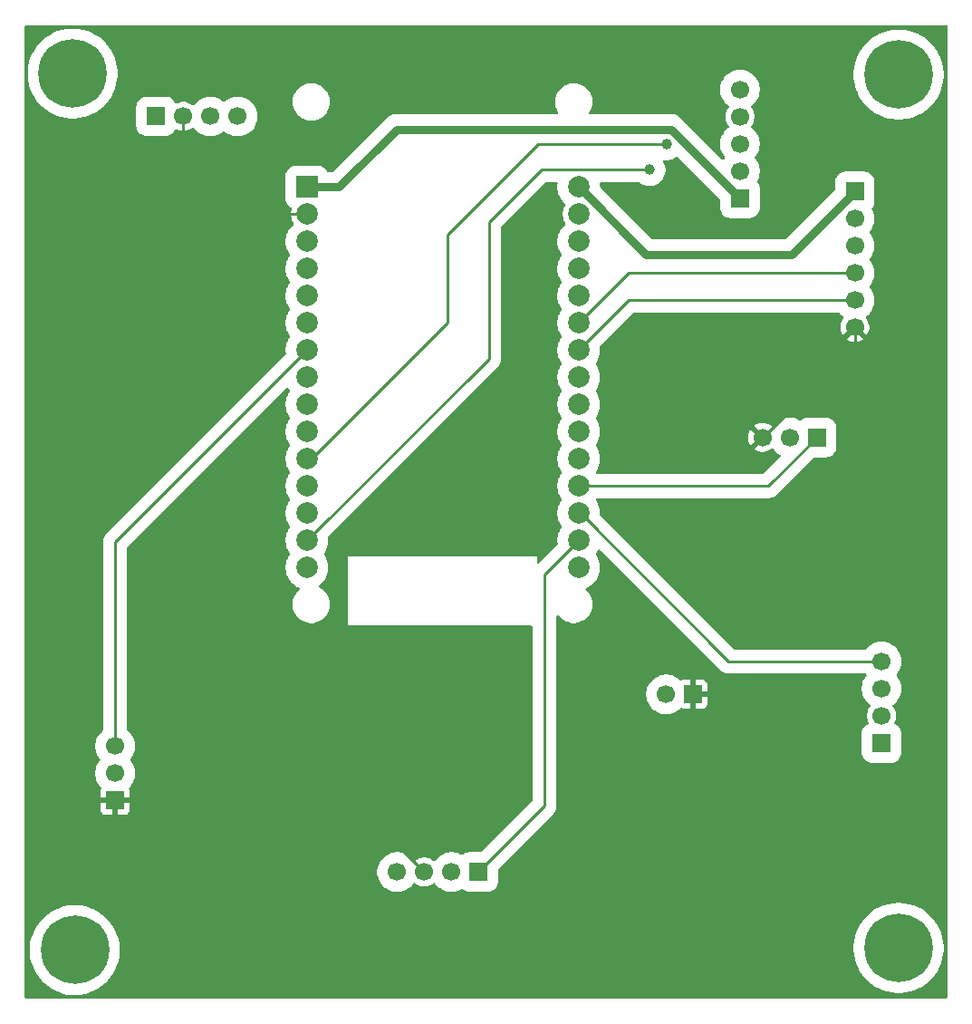
<source format=gtl>
%TF.GenerationSoftware,KiCad,Pcbnew,9.0.4*%
%TF.CreationDate,2025-11-06T03:01:08+05:30*%
%TF.ProjectId,project005,70726f6a-6563-4743-9030-352e6b696361,rev?*%
%TF.SameCoordinates,Original*%
%TF.FileFunction,Copper,L1,Top*%
%TF.FilePolarity,Positive*%
%FSLAX46Y46*%
G04 Gerber Fmt 4.6, Leading zero omitted, Abs format (unit mm)*
G04 Created by KiCad (PCBNEW 9.0.4) date 2025-11-06 03:01:08*
%MOMM*%
%LPD*%
G01*
G04 APERTURE LIST*
%TA.AperFunction,ComponentPad*%
%ADD10C,6.400000*%
%TD*%
%TA.AperFunction,ComponentPad*%
%ADD11R,1.700000X1.700000*%
%TD*%
%TA.AperFunction,ComponentPad*%
%ADD12C,1.700000*%
%TD*%
%TA.AperFunction,ComponentPad*%
%ADD13R,2.000000X2.000000*%
%TD*%
%TA.AperFunction,ComponentPad*%
%ADD14C,2.000000*%
%TD*%
%TA.AperFunction,ViaPad*%
%ADD15C,1.000000*%
%TD*%
%TA.AperFunction,Conductor*%
%ADD16C,0.250000*%
%TD*%
%TA.AperFunction,Conductor*%
%ADD17C,0.800000*%
%TD*%
G04 APERTURE END LIST*
D10*
%TO.P,REF\u002A\u002A,1*%
%TO.N,N/C*%
X161200000Y-57100000D03*
%TD*%
D11*
%TO.P,Lightsensor1,1,Pin_1*%
%TO.N,VCC*%
X146375000Y-68650000D03*
D12*
%TO.P,Lightsensor1,2,Pin_2*%
%TO.N,Net-(Lightsensor1-Pin_2)*%
X146375000Y-66110000D03*
%TO.P,Lightsensor1,3,Pin_3*%
%TO.N,Net-(Lightsensor1-Pin_3)*%
X146375000Y-63570000D03*
%TO.P,Lightsensor1,4,Pin_4*%
%TO.N,GND*%
X146375000Y-61030000D03*
%TO.P,Lightsensor1,5,Pin_5*%
%TO.N,unconnected-(Lightsensor1-Pin_5-Pad5)*%
X146375000Y-58490000D03*
%TD*%
D10*
%TO.P,REF\u002A\u002A,1*%
%TO.N,N/C*%
X161200000Y-138700000D03*
%TD*%
%TO.P,REF\u002A\u002A,1*%
%TO.N,N/C*%
X84200000Y-138900000D03*
%TD*%
D11*
%TO.P,Waterlevel1,1,Pin_1*%
%TO.N,Net-(U1-D34)*%
X153540000Y-91000000D03*
D12*
%TO.P,Waterlevel1,2,Pin_2*%
%TO.N,VCC*%
X151000000Y-91000000D03*
%TO.P,Waterlevel1,3,Pin_3*%
%TO.N,GND*%
X148460000Y-91000000D03*
%TD*%
D10*
%TO.P,REF\u002A\u002A,1*%
%TO.N,N/C*%
X84000000Y-57000000D03*
%TD*%
D11*
%TO.P,DHT22,1,Pin_1*%
%TO.N,GND*%
X87975000Y-124925000D03*
D12*
%TO.P,DHT22,2,Pin_2*%
%TO.N,VCC*%
X87975000Y-122385000D03*
%TO.P,DHT22,3,Pin_3*%
%TO.N,Net-(DHT22-Pin_3)*%
X87975000Y-119845000D03*
%TD*%
D11*
%TO.P,OLED1,1,Pin_1*%
%TO.N,VCC*%
X91800000Y-61000000D03*
D12*
%TO.P,OLED1,2,Pin_2*%
%TO.N,GND*%
X94340000Y-61000000D03*
%TO.P,OLED1,3,Pin_3*%
%TO.N,Net-(Lightsensor1-Pin_2)*%
X96880000Y-61000000D03*
%TO.P,OLED1,4,Pin_4*%
%TO.N,Net-(Lightsensor1-Pin_3)*%
X99420000Y-61000000D03*
%TD*%
D11*
%TO.P,soilmoisture1,1,Pin_1*%
%TO.N,Net-(U1-VP)*%
X121940000Y-131600000D03*
D12*
%TO.P,soilmoisture1,2,Pin_2*%
%TO.N,unconnected-(soilmoisture1-Pin_2-Pad2)*%
X119400000Y-131600000D03*
%TO.P,soilmoisture1,3,Pin_3*%
%TO.N,GND*%
X116860000Y-131600000D03*
%TO.P,soilmoisture1,4,Pin_4*%
%TO.N,VCC*%
X114320000Y-131600000D03*
%TD*%
D11*
%TO.P,Relay1,1,Pin_1*%
%TO.N,Net-(Relay1-Pin_1)*%
X157100000Y-68020000D03*
D12*
%TO.P,Relay1,2,Pin_2*%
%TO.N,unconnected-(Relay1-Pin_2-Pad2)*%
X157100000Y-70560000D03*
%TO.P,Relay1,3,Pin_3*%
%TO.N,unconnected-(Relay1-Pin_3-Pad3)*%
X157100000Y-73100000D03*
%TO.P,Relay1,4,Pin_4*%
%TO.N,Net-(Relay1-Pin_4)*%
X157100000Y-75640000D03*
%TO.P,Relay1,5,Pin_5*%
%TO.N,Net-(Relay1-Pin_5)*%
X157100000Y-78180000D03*
%TO.P,Relay1,6,Pin_6*%
%TO.N,GND*%
X157100000Y-80720000D03*
%TD*%
D11*
%TO.P,buzzer1,1,Pin_1*%
%TO.N,GND*%
X142000000Y-115000000D03*
D12*
%TO.P,buzzer1,2,Pin_2*%
%TO.N,Net-(U1-D25)*%
X139460000Y-115000000D03*
%TD*%
D11*
%TO.P,J1,1,Pin_1*%
%TO.N,VCC*%
X159600000Y-119540000D03*
D12*
%TO.P,J1,2,Pin_2*%
%TO.N,GND*%
X159600000Y-117000000D03*
%TO.P,J1,3,Pin_3*%
%TO.N,unconnected-(J1-Pin_3-Pad3)*%
X159600000Y-114460000D03*
%TO.P,J1,4,Pin_4*%
%TO.N,Net-(J1-Pin_4)*%
X159600000Y-111920000D03*
%TD*%
D13*
%TO.P,U1,1,3V3*%
%TO.N,VCC*%
X105900000Y-67600000D03*
D14*
%TO.P,U1,2,GND*%
%TO.N,GND*%
X105900000Y-70140000D03*
%TO.P,U1,3,D15*%
%TO.N,unconnected-(U1-D15-Pad3)*%
X105900000Y-72680000D03*
%TO.P,U1,4,D2*%
%TO.N,unconnected-(U1-D2-Pad4)*%
X105900000Y-75220000D03*
%TO.P,U1,5,D4*%
%TO.N,unconnected-(U1-D4-Pad5)*%
X105900000Y-77760000D03*
%TO.P,U1,6,RX2*%
%TO.N,unconnected-(U1-RX2-Pad6)*%
X105900000Y-80300000D03*
%TO.P,U1,7,TX2*%
%TO.N,Net-(DHT22-Pin_3)*%
X105900000Y-82840000D03*
%TO.P,U1,8,D5*%
%TO.N,unconnected-(U1-D5-Pad8)*%
X105900000Y-85380000D03*
%TO.P,U1,9,D18*%
%TO.N,unconnected-(U1-D18-Pad9)*%
X105900000Y-87920000D03*
%TO.P,U1,10,D19*%
%TO.N,unconnected-(U1-D19-Pad10)*%
X105900000Y-90460000D03*
%TO.P,U1,11,D21*%
%TO.N,Net-(Lightsensor1-Pin_3)*%
X105900000Y-93000000D03*
%TO.P,U1,12,RX0*%
%TO.N,unconnected-(U1-RX0-Pad12)*%
X105900000Y-95540000D03*
%TO.P,U1,13,TX0*%
%TO.N,unconnected-(U1-TX0-Pad13)*%
X105900000Y-98080000D03*
%TO.P,U1,14,D22*%
%TO.N,Net-(Lightsensor1-Pin_2)*%
X105900000Y-100620000D03*
%TO.P,U1,15,D23*%
%TO.N,unconnected-(U1-D23-Pad15)*%
X105900000Y-103160000D03*
%TO.P,U1,16,EN*%
%TO.N,unconnected-(U1-EN-Pad16)*%
X131300000Y-103160000D03*
%TO.P,U1,17,VP*%
%TO.N,Net-(U1-VP)*%
X131300000Y-100620000D03*
%TO.P,U1,18,VN*%
%TO.N,Net-(J1-Pin_4)*%
X131300000Y-98080000D03*
%TO.P,U1,19,D34*%
%TO.N,Net-(U1-D34)*%
X131300000Y-95540000D03*
%TO.P,U1,20,D35*%
%TO.N,unconnected-(U1-D35-Pad20)*%
X131300000Y-93000000D03*
%TO.P,U1,21,D32*%
%TO.N,unconnected-(U1-D32-Pad21)*%
X131300000Y-90460000D03*
%TO.P,U1,22,D33*%
%TO.N,unconnected-(U1-D33-Pad22)*%
X131300000Y-87920000D03*
%TO.P,U1,23,D25*%
%TO.N,Net-(U1-D25)*%
X131300000Y-85380000D03*
%TO.P,U1,24,D26*%
%TO.N,Net-(Relay1-Pin_5)*%
X131300000Y-82840000D03*
%TO.P,U1,25,D27*%
%TO.N,Net-(Relay1-Pin_4)*%
X131300000Y-80300000D03*
%TO.P,U1,26,D14*%
%TO.N,unconnected-(U1-D14-Pad26)*%
X131300000Y-77760000D03*
%TO.P,U1,27,D12*%
%TO.N,unconnected-(U1-D12-Pad27)*%
X131300000Y-75220000D03*
%TO.P,U1,28,D13*%
%TO.N,unconnected-(U1-D13-Pad28)*%
X131300000Y-72680000D03*
%TO.P,U1,29,GND*%
%TO.N,GND*%
X131300000Y-70140000D03*
%TO.P,U1,30,VIN*%
%TO.N,Net-(Relay1-Pin_1)*%
X131300000Y-67600000D03*
%TD*%
D15*
%TO.N,Net-(Lightsensor1-Pin_2)*%
X137900000Y-66000000D03*
%TO.N,Net-(Lightsensor1-Pin_3)*%
X139500000Y-63600000D03*
%TD*%
D16*
%TO.N,Net-(DHT22-Pin_3)*%
X87975000Y-100765000D02*
X87975000Y-119845000D01*
X105900000Y-82840000D02*
X87975000Y-100765000D01*
%TO.N,Net-(Lightsensor1-Pin_2)*%
X137900000Y-66000000D02*
X127800000Y-66000000D01*
X122900000Y-70900000D02*
X122900000Y-83620000D01*
X122900000Y-83620000D02*
X105900000Y-100620000D01*
X127800000Y-66000000D02*
X122900000Y-70900000D01*
%TO.N,Net-(Lightsensor1-Pin_3)*%
X119000000Y-72100000D02*
X119000000Y-80300000D01*
X106300000Y-93000000D02*
X105900000Y-93000000D01*
X127500000Y-63600000D02*
X119000000Y-72100000D01*
X119000000Y-80300000D02*
X106300000Y-93000000D01*
X139500000Y-63600000D02*
X127500000Y-63600000D01*
D17*
%TO.N,Net-(Relay1-Pin_1)*%
X137600000Y-73900000D02*
X131300000Y-67600000D01*
X157100000Y-68020000D02*
X151220000Y-73900000D01*
X151220000Y-73900000D02*
X137600000Y-73900000D01*
D16*
%TO.N,Net-(Relay1-Pin_5)*%
X131300000Y-82840000D02*
X135960000Y-78180000D01*
X135960000Y-78180000D02*
X157100000Y-78180000D01*
%TO.N,Net-(Relay1-Pin_4)*%
X131300000Y-80300000D02*
X135960000Y-75640000D01*
X135960000Y-75640000D02*
X157100000Y-75640000D01*
%TO.N,Net-(U1-VP)*%
X128100000Y-125440000D02*
X128100000Y-103820000D01*
X128100000Y-103820000D02*
X131300000Y-100620000D01*
X121940000Y-131600000D02*
X128100000Y-125440000D01*
%TO.N,Net-(U1-D34)*%
X131300000Y-95540000D02*
X149000000Y-95540000D01*
X149000000Y-95540000D02*
X153540000Y-91000000D01*
%TO.N,GND*%
X87975000Y-124925000D02*
X110185000Y-124925000D01*
X157100000Y-80720000D02*
X157100000Y-82360000D01*
X101700000Y-70140000D02*
X105900000Y-70140000D01*
X157100000Y-82360000D02*
X148460000Y-91000000D01*
X105900000Y-70804752D02*
X105900000Y-70140000D01*
X94340000Y-61000000D02*
X94340000Y-62780000D01*
X94340000Y-62780000D02*
X101700000Y-70140000D01*
X110185000Y-124925000D02*
X116860000Y-131600000D01*
D17*
%TO.N,VCC*%
X139925000Y-62200000D02*
X114300000Y-62200000D01*
X146375000Y-68650000D02*
X139925000Y-62200000D01*
X114300000Y-62200000D02*
X108900000Y-67600000D01*
X108900000Y-67600000D02*
X105900000Y-67600000D01*
D16*
%TO.N,Net-(J1-Pin_4)*%
X131480000Y-98080000D02*
X145320000Y-111920000D01*
X131300000Y-98080000D02*
X131480000Y-97900000D01*
X145320000Y-111920000D02*
X159600000Y-111920000D01*
X131480000Y-97900000D02*
X131480000Y-98080000D01*
%TD*%
%TA.AperFunction,Conductor*%
%TO.N,GND*%
G36*
X165742539Y-52520185D02*
G01*
X165788294Y-52572989D01*
X165799500Y-52624500D01*
X165799500Y-143275500D01*
X165779815Y-143342539D01*
X165727011Y-143388294D01*
X165675500Y-143399500D01*
X79624500Y-143399500D01*
X79557461Y-143379815D01*
X79511706Y-143327011D01*
X79500500Y-143275500D01*
X79500500Y-138693646D01*
X79999500Y-138693646D01*
X79999500Y-139106353D01*
X80039952Y-139517084D01*
X80120464Y-139921848D01*
X80120467Y-139921859D01*
X80240274Y-140316814D01*
X80398214Y-140698113D01*
X80398216Y-140698118D01*
X80592759Y-141062081D01*
X80592770Y-141062099D01*
X80822052Y-141405244D01*
X80822062Y-141405258D01*
X81083885Y-141724291D01*
X81375708Y-142016114D01*
X81375713Y-142016118D01*
X81375714Y-142016119D01*
X81694747Y-142277942D01*
X82037907Y-142507234D01*
X82037916Y-142507239D01*
X82037918Y-142507240D01*
X82401881Y-142701783D01*
X82401883Y-142701783D01*
X82401889Y-142701787D01*
X82783187Y-142859726D01*
X83178131Y-142979530D01*
X83178137Y-142979531D01*
X83178140Y-142979532D01*
X83178151Y-142979535D01*
X83582915Y-143060047D01*
X83993643Y-143100500D01*
X83993646Y-143100500D01*
X84406354Y-143100500D01*
X84406357Y-143100500D01*
X84817085Y-143060047D01*
X84895884Y-143044372D01*
X85221848Y-142979535D01*
X85221859Y-142979532D01*
X85221859Y-142979531D01*
X85221869Y-142979530D01*
X85616813Y-142859726D01*
X85998111Y-142701787D01*
X86362093Y-142507234D01*
X86705253Y-142277942D01*
X87024286Y-142016119D01*
X87316119Y-141724286D01*
X87577942Y-141405253D01*
X87807234Y-141062093D01*
X88001787Y-140698111D01*
X88159726Y-140316813D01*
X88279530Y-139921869D01*
X88279532Y-139921859D01*
X88279535Y-139921848D01*
X88360047Y-139517084D01*
X88400500Y-139106353D01*
X88400500Y-138693646D01*
X88381699Y-138502753D01*
X88380802Y-138493646D01*
X156999500Y-138493646D01*
X156999500Y-138906353D01*
X157039952Y-139317084D01*
X157120464Y-139721848D01*
X157120467Y-139721859D01*
X157240274Y-140116814D01*
X157398214Y-140498113D01*
X157398216Y-140498118D01*
X157592759Y-140862081D01*
X157592770Y-140862099D01*
X157822052Y-141205244D01*
X157822062Y-141205258D01*
X158083885Y-141524291D01*
X158375708Y-141816114D01*
X158375713Y-141816118D01*
X158375714Y-141816119D01*
X158694747Y-142077942D01*
X159037907Y-142307234D01*
X159037916Y-142307239D01*
X159037918Y-142307240D01*
X159401881Y-142501783D01*
X159401883Y-142501783D01*
X159401889Y-142501787D01*
X159783187Y-142659726D01*
X160178131Y-142779530D01*
X160178137Y-142779531D01*
X160178140Y-142779532D01*
X160178151Y-142779535D01*
X160581296Y-142859725D01*
X160582915Y-142860047D01*
X160993643Y-142900500D01*
X160993646Y-142900500D01*
X161406354Y-142900500D01*
X161406357Y-142900500D01*
X161817085Y-142860047D01*
X161895884Y-142844372D01*
X162221848Y-142779535D01*
X162221859Y-142779532D01*
X162221859Y-142779531D01*
X162221869Y-142779530D01*
X162616813Y-142659726D01*
X162998111Y-142501787D01*
X163362093Y-142307234D01*
X163705253Y-142077942D01*
X164024286Y-141816119D01*
X164316119Y-141524286D01*
X164577942Y-141205253D01*
X164807234Y-140862093D01*
X165001787Y-140498111D01*
X165159726Y-140116813D01*
X165279530Y-139721869D01*
X165279532Y-139721859D01*
X165279535Y-139721848D01*
X165360047Y-139317084D01*
X165400500Y-138906353D01*
X165400500Y-138493646D01*
X165360047Y-138082915D01*
X165279535Y-137678151D01*
X165279532Y-137678140D01*
X165279531Y-137678137D01*
X165279530Y-137678131D01*
X165159726Y-137283187D01*
X165001787Y-136901889D01*
X164914142Y-136737918D01*
X164807240Y-136537918D01*
X164807239Y-136537916D01*
X164807234Y-136537907D01*
X164577942Y-136194747D01*
X164316119Y-135875714D01*
X164316118Y-135875713D01*
X164316114Y-135875708D01*
X164024291Y-135583885D01*
X163705258Y-135322062D01*
X163705257Y-135322061D01*
X163705253Y-135322058D01*
X163362093Y-135092766D01*
X163362088Y-135092763D01*
X163362081Y-135092759D01*
X162998118Y-134898216D01*
X162998113Y-134898214D01*
X162616814Y-134740274D01*
X162221859Y-134620467D01*
X162221848Y-134620464D01*
X161817084Y-134539952D01*
X161507741Y-134509485D01*
X161406357Y-134499500D01*
X160993643Y-134499500D01*
X160899966Y-134508726D01*
X160582915Y-134539952D01*
X160178151Y-134620464D01*
X160178140Y-134620467D01*
X159783185Y-134740274D01*
X159401886Y-134898214D01*
X159401881Y-134898216D01*
X159037918Y-135092759D01*
X159037900Y-135092770D01*
X158694755Y-135322052D01*
X158694741Y-135322062D01*
X158375708Y-135583885D01*
X158083885Y-135875708D01*
X157822062Y-136194741D01*
X157822052Y-136194755D01*
X157592770Y-136537900D01*
X157592759Y-136537918D01*
X157398216Y-136901881D01*
X157398214Y-136901886D01*
X157240274Y-137283185D01*
X157120467Y-137678140D01*
X157120464Y-137678151D01*
X157039952Y-138082915D01*
X156999500Y-138493646D01*
X88380802Y-138493646D01*
X88360047Y-138282915D01*
X88279535Y-137878151D01*
X88279532Y-137878140D01*
X88279531Y-137878137D01*
X88279530Y-137878131D01*
X88159726Y-137483187D01*
X88001787Y-137101889D01*
X87894884Y-136901889D01*
X87807240Y-136737918D01*
X87807239Y-136737916D01*
X87807234Y-136737907D01*
X87577942Y-136394747D01*
X87316119Y-136075714D01*
X87316118Y-136075713D01*
X87316114Y-136075708D01*
X87024291Y-135783885D01*
X86705258Y-135522062D01*
X86705257Y-135522061D01*
X86705253Y-135522058D01*
X86362093Y-135292766D01*
X86362088Y-135292763D01*
X86362081Y-135292759D01*
X85998118Y-135098216D01*
X85998113Y-135098214D01*
X85984960Y-135092766D01*
X85886433Y-135051954D01*
X85616814Y-134940274D01*
X85221859Y-134820467D01*
X85221848Y-134820464D01*
X84817084Y-134739952D01*
X84507741Y-134709485D01*
X84406357Y-134699500D01*
X83993643Y-134699500D01*
X83899966Y-134708726D01*
X83582915Y-134739952D01*
X83178151Y-134820464D01*
X83178140Y-134820467D01*
X82783185Y-134940274D01*
X82401886Y-135098214D01*
X82401881Y-135098216D01*
X82037918Y-135292759D01*
X82037900Y-135292770D01*
X81694755Y-135522052D01*
X81694741Y-135522062D01*
X81375708Y-135783885D01*
X81083885Y-136075708D01*
X80822062Y-136394741D01*
X80822052Y-136394755D01*
X80592770Y-136737900D01*
X80592759Y-136737918D01*
X80398216Y-137101881D01*
X80398214Y-137101886D01*
X80240274Y-137483185D01*
X80120467Y-137878140D01*
X80120464Y-137878151D01*
X80039952Y-138282915D01*
X79999500Y-138693646D01*
X79500500Y-138693646D01*
X79500500Y-119723711D01*
X86124500Y-119723711D01*
X86124500Y-119966288D01*
X86156161Y-120206785D01*
X86218947Y-120441104D01*
X86271268Y-120567418D01*
X86311776Y-120665212D01*
X86433064Y-120875289D01*
X86433066Y-120875292D01*
X86433067Y-120875293D01*
X86559077Y-121039514D01*
X86584271Y-121104683D01*
X86570232Y-121173128D01*
X86559077Y-121190486D01*
X86433067Y-121354706D01*
X86311777Y-121564785D01*
X86311773Y-121564794D01*
X86218947Y-121788895D01*
X86156161Y-122023214D01*
X86124500Y-122263711D01*
X86124500Y-122506288D01*
X86156161Y-122746785D01*
X86218947Y-122981104D01*
X86311773Y-123205205D01*
X86311776Y-123205212D01*
X86433064Y-123415289D01*
X86433066Y-123415292D01*
X86433067Y-123415293D01*
X86580733Y-123607736D01*
X86580739Y-123607743D01*
X86659896Y-123686900D01*
X86693381Y-123748223D01*
X86688397Y-123817915D01*
X86682082Y-123831741D01*
X86631403Y-123967620D01*
X86631401Y-123967627D01*
X86625000Y-124027155D01*
X86625000Y-124675000D01*
X87541988Y-124675000D01*
X87509075Y-124732007D01*
X87475000Y-124859174D01*
X87475000Y-124990826D01*
X87509075Y-125117993D01*
X87541988Y-125175000D01*
X86625000Y-125175000D01*
X86625000Y-125822844D01*
X86631401Y-125882372D01*
X86631403Y-125882379D01*
X86681645Y-126017086D01*
X86681649Y-126017093D01*
X86767809Y-126132187D01*
X86767812Y-126132190D01*
X86882906Y-126218350D01*
X86882913Y-126218354D01*
X87017620Y-126268596D01*
X87017627Y-126268598D01*
X87077155Y-126274999D01*
X87077172Y-126275000D01*
X87725000Y-126275000D01*
X87725000Y-125358012D01*
X87782007Y-125390925D01*
X87909174Y-125425000D01*
X88040826Y-125425000D01*
X88167993Y-125390925D01*
X88225000Y-125358012D01*
X88225000Y-126275000D01*
X88872828Y-126275000D01*
X88872844Y-126274999D01*
X88932372Y-126268598D01*
X88932379Y-126268596D01*
X89067086Y-126218354D01*
X89067093Y-126218350D01*
X89182187Y-126132190D01*
X89182190Y-126132187D01*
X89268350Y-126017093D01*
X89268354Y-126017086D01*
X89318596Y-125882379D01*
X89318598Y-125882372D01*
X89324999Y-125822844D01*
X89325000Y-125822827D01*
X89325000Y-125175000D01*
X88408012Y-125175000D01*
X88440925Y-125117993D01*
X88475000Y-124990826D01*
X88475000Y-124859174D01*
X88440925Y-124732007D01*
X88408012Y-124675000D01*
X89325000Y-124675000D01*
X89325000Y-124027172D01*
X89324999Y-124027155D01*
X89318598Y-123967627D01*
X89318596Y-123967620D01*
X89265254Y-123824601D01*
X89266781Y-123824031D01*
X89254100Y-123765735D01*
X89278516Y-123700270D01*
X89290090Y-123686912D01*
X89369265Y-123607738D01*
X89516936Y-123415289D01*
X89638224Y-123205212D01*
X89731054Y-122981100D01*
X89793838Y-122746789D01*
X89825500Y-122506288D01*
X89825500Y-122263712D01*
X89793838Y-122023211D01*
X89731054Y-121788900D01*
X89638224Y-121564788D01*
X89516936Y-121354711D01*
X89390922Y-121190486D01*
X89365728Y-121125317D01*
X89379766Y-121056872D01*
X89390922Y-121039514D01*
X89392099Y-121037979D01*
X89516936Y-120875289D01*
X89638224Y-120665212D01*
X89731054Y-120441100D01*
X89793838Y-120206789D01*
X89825500Y-119966288D01*
X89825500Y-119723712D01*
X89793838Y-119483211D01*
X89731054Y-119248900D01*
X89638224Y-119024788D01*
X89516936Y-118814711D01*
X89376711Y-118631966D01*
X89369266Y-118622263D01*
X89369260Y-118622256D01*
X89197745Y-118450741D01*
X89197740Y-118450737D01*
X89197738Y-118450735D01*
X89149011Y-118413345D01*
X89107810Y-118356917D01*
X89100500Y-118314971D01*
X89100500Y-101282558D01*
X89120185Y-101215519D01*
X89136814Y-101194882D01*
X103974162Y-86357533D01*
X103993016Y-86347238D01*
X104009101Y-86332991D01*
X104023073Y-86330826D01*
X104035483Y-86324050D01*
X104056914Y-86325582D01*
X104078146Y-86322293D01*
X104091069Y-86328025D01*
X104105175Y-86329034D01*
X104122377Y-86341911D01*
X104142015Y-86350622D01*
X104155353Y-86366598D01*
X104161108Y-86370906D01*
X104165418Y-86377041D01*
X104167418Y-86380080D01*
X104233076Y-86493803D01*
X104297734Y-86578066D01*
X104300208Y-86581825D01*
X104309158Y-86611118D01*
X104320201Y-86639683D01*
X104319270Y-86644217D01*
X104320624Y-86648646D01*
X104312313Y-86678135D01*
X104306162Y-86708128D01*
X104302065Y-86714501D01*
X104301673Y-86715896D01*
X104300505Y-86716930D01*
X104295007Y-86725486D01*
X104233075Y-86806197D01*
X104101958Y-87033299D01*
X104101953Y-87033309D01*
X104001605Y-87275571D01*
X104001602Y-87275581D01*
X103933730Y-87528885D01*
X103899500Y-87788872D01*
X103899500Y-88051127D01*
X103926123Y-88253339D01*
X103933730Y-88311116D01*
X104001602Y-88564418D01*
X104001605Y-88564428D01*
X104101953Y-88806690D01*
X104101958Y-88806700D01*
X104233075Y-89033802D01*
X104295007Y-89114514D01*
X104320201Y-89179683D01*
X104306162Y-89248128D01*
X104295007Y-89265486D01*
X104233075Y-89346197D01*
X104101958Y-89573299D01*
X104101953Y-89573309D01*
X104001605Y-89815571D01*
X104001602Y-89815581D01*
X103959534Y-89972584D01*
X103933730Y-90068885D01*
X103899500Y-90328872D01*
X103899500Y-90591127D01*
X103911711Y-90683872D01*
X103933730Y-90851116D01*
X104001602Y-91104418D01*
X104001605Y-91104428D01*
X104101953Y-91346690D01*
X104101958Y-91346700D01*
X104233075Y-91573802D01*
X104295007Y-91654514D01*
X104320201Y-91719683D01*
X104306162Y-91788128D01*
X104295007Y-91805486D01*
X104233075Y-91886197D01*
X104101958Y-92113299D01*
X104101953Y-92113309D01*
X104001605Y-92355571D01*
X104001602Y-92355581D01*
X103933730Y-92608885D01*
X103899500Y-92868872D01*
X103899500Y-93131127D01*
X103926123Y-93333339D01*
X103933730Y-93391116D01*
X104001602Y-93644418D01*
X104001605Y-93644428D01*
X104101953Y-93886690D01*
X104101958Y-93886700D01*
X104233075Y-94113802D01*
X104295007Y-94194514D01*
X104320201Y-94259683D01*
X104306162Y-94328128D01*
X104295007Y-94345486D01*
X104233075Y-94426197D01*
X104101958Y-94653299D01*
X104101953Y-94653309D01*
X104001605Y-94895571D01*
X104001602Y-94895581D01*
X103933730Y-95148885D01*
X103899500Y-95408872D01*
X103899500Y-95671127D01*
X103926123Y-95873339D01*
X103933730Y-95931116D01*
X104001602Y-96184418D01*
X104001605Y-96184428D01*
X104101953Y-96426690D01*
X104101958Y-96426700D01*
X104233075Y-96653802D01*
X104295007Y-96734514D01*
X104320201Y-96799683D01*
X104306162Y-96868128D01*
X104295007Y-96885486D01*
X104233075Y-96966197D01*
X104101958Y-97193299D01*
X104101953Y-97193309D01*
X104001605Y-97435571D01*
X104001602Y-97435581D01*
X103933730Y-97688885D01*
X103899500Y-97948872D01*
X103899500Y-98211127D01*
X103910864Y-98297438D01*
X103933730Y-98471116D01*
X104001602Y-98724418D01*
X104001605Y-98724428D01*
X104101953Y-98966690D01*
X104101958Y-98966700D01*
X104233075Y-99193802D01*
X104295007Y-99274514D01*
X104320201Y-99339683D01*
X104306162Y-99408128D01*
X104295007Y-99425486D01*
X104233075Y-99506197D01*
X104101958Y-99733299D01*
X104101953Y-99733309D01*
X104001605Y-99975571D01*
X104001602Y-99975581D01*
X103933730Y-100228884D01*
X103929926Y-100257772D01*
X103899500Y-100488872D01*
X103899500Y-100751127D01*
X103923823Y-100935869D01*
X103933730Y-101011116D01*
X104001602Y-101264418D01*
X104001605Y-101264428D01*
X104101953Y-101506690D01*
X104101958Y-101506700D01*
X104233075Y-101733802D01*
X104295007Y-101814514D01*
X104320201Y-101879683D01*
X104306162Y-101948128D01*
X104295007Y-101965486D01*
X104233075Y-102046197D01*
X104101958Y-102273299D01*
X104101953Y-102273309D01*
X104001605Y-102515571D01*
X104001602Y-102515581D01*
X103963499Y-102657786D01*
X103933730Y-102768885D01*
X103899500Y-103028872D01*
X103899500Y-103291127D01*
X103926123Y-103493339D01*
X103933730Y-103551116D01*
X104001602Y-103804418D01*
X104001605Y-103804428D01*
X104101953Y-104046690D01*
X104101958Y-104046700D01*
X104233075Y-104273803D01*
X104392718Y-104481851D01*
X104392726Y-104481860D01*
X104578140Y-104667274D01*
X104578148Y-104667281D01*
X104786196Y-104826924D01*
X105013299Y-104958041D01*
X105013314Y-104958048D01*
X105177254Y-105025954D01*
X105231658Y-105069795D01*
X105253723Y-105136089D01*
X105236444Y-105203788D01*
X105205291Y-105238889D01*
X105163334Y-105271085D01*
X105001081Y-105433338D01*
X104861392Y-105615382D01*
X104746657Y-105814109D01*
X104746650Y-105814123D01*
X104658842Y-106026112D01*
X104599453Y-106247759D01*
X104599451Y-106247770D01*
X104569500Y-106475258D01*
X104569500Y-106704741D01*
X104594446Y-106894215D01*
X104599452Y-106932238D01*
X104599453Y-106932240D01*
X104658842Y-107153887D01*
X104746650Y-107365876D01*
X104746657Y-107365890D01*
X104861392Y-107564617D01*
X105001081Y-107746661D01*
X105001089Y-107746670D01*
X105163330Y-107908911D01*
X105163338Y-107908918D01*
X105345382Y-108048607D01*
X105345385Y-108048608D01*
X105345388Y-108048611D01*
X105544112Y-108163344D01*
X105544117Y-108163346D01*
X105544123Y-108163349D01*
X105635480Y-108201190D01*
X105756113Y-108251158D01*
X105977762Y-108310548D01*
X106205266Y-108340500D01*
X106205273Y-108340500D01*
X106434727Y-108340500D01*
X106434734Y-108340500D01*
X106662238Y-108310548D01*
X106883887Y-108251158D01*
X107095888Y-108163344D01*
X107294612Y-108048611D01*
X107476661Y-107908919D01*
X107476665Y-107908914D01*
X107476670Y-107908911D01*
X107638911Y-107746670D01*
X107638916Y-107746664D01*
X107638919Y-107746661D01*
X107778611Y-107564612D01*
X107893344Y-107365888D01*
X107981158Y-107153887D01*
X108040548Y-106932238D01*
X108070500Y-106704734D01*
X108070500Y-106475266D01*
X108040548Y-106247762D01*
X107981158Y-106026113D01*
X107893344Y-105814112D01*
X107778611Y-105615388D01*
X107778608Y-105615385D01*
X107778607Y-105615382D01*
X107638918Y-105433338D01*
X107638911Y-105433330D01*
X107476670Y-105271089D01*
X107476661Y-105271081D01*
X107294617Y-105131392D01*
X107285570Y-105126169D01*
X107180052Y-105065248D01*
X107095890Y-105016657D01*
X107095873Y-105016648D01*
X107080423Y-105010249D01*
X107026020Y-104966408D01*
X107003956Y-104900113D01*
X107021236Y-104832414D01*
X107052387Y-104797316D01*
X107221851Y-104667282D01*
X107221856Y-104667276D01*
X107221860Y-104667274D01*
X107407274Y-104481860D01*
X107407277Y-104481855D01*
X107407282Y-104481851D01*
X107566924Y-104273803D01*
X107698043Y-104046697D01*
X107798398Y-103804419D01*
X107866270Y-103551116D01*
X107900500Y-103291120D01*
X107900500Y-103028880D01*
X107866270Y-102768884D01*
X107798398Y-102515581D01*
X107798394Y-102515571D01*
X107698046Y-102273309D01*
X107698041Y-102273299D01*
X107566927Y-102046203D01*
X107566924Y-102046197D01*
X107504991Y-101965485D01*
X107479797Y-101900319D01*
X107493835Y-101831874D01*
X107504991Y-101814514D01*
X107566924Y-101733803D01*
X107698043Y-101506697D01*
X107798398Y-101264419D01*
X107866270Y-101011116D01*
X107900500Y-100751120D01*
X107900500Y-100488880D01*
X107900500Y-100488876D01*
X107876176Y-100304128D01*
X107886941Y-100235093D01*
X107911431Y-100200264D01*
X123758484Y-84353214D01*
X123862614Y-84209890D01*
X123943042Y-84052042D01*
X123997786Y-83883555D01*
X124025500Y-83708578D01*
X124025500Y-83531421D01*
X124025500Y-71417559D01*
X124045185Y-71350520D01*
X124061819Y-71329878D01*
X128229878Y-67161819D01*
X128291201Y-67128334D01*
X128317559Y-67125500D01*
X129203313Y-67125500D01*
X129270352Y-67145185D01*
X129316107Y-67197989D01*
X129326252Y-67265686D01*
X129299500Y-67468872D01*
X129299500Y-67731127D01*
X129313641Y-67838531D01*
X129333730Y-67991116D01*
X129401602Y-68244418D01*
X129401605Y-68244428D01*
X129501953Y-68486690D01*
X129501958Y-68486700D01*
X129633075Y-68713803D01*
X129792718Y-68921851D01*
X129792726Y-68921860D01*
X129978143Y-69107277D01*
X129978150Y-69107283D01*
X130022323Y-69141178D01*
X130063526Y-69197605D01*
X130067681Y-69267351D01*
X130047157Y-69312437D01*
X130017084Y-69353830D01*
X129909897Y-69564197D01*
X129836934Y-69788752D01*
X129800000Y-70021947D01*
X129800000Y-70258052D01*
X129836934Y-70491247D01*
X129909897Y-70715802D01*
X130017087Y-70926174D01*
X130047155Y-70967560D01*
X130070635Y-71033366D01*
X130054809Y-71101420D01*
X130022325Y-71138819D01*
X129978151Y-71172716D01*
X129978140Y-71172726D01*
X129792718Y-71358148D01*
X129633075Y-71566196D01*
X129501958Y-71793299D01*
X129501953Y-71793309D01*
X129401605Y-72035571D01*
X129401602Y-72035581D01*
X129336168Y-72279788D01*
X129333730Y-72288885D01*
X129299500Y-72548872D01*
X129299500Y-72811127D01*
X129321564Y-72978711D01*
X129333730Y-73071116D01*
X129401602Y-73324418D01*
X129401605Y-73324428D01*
X129501953Y-73566690D01*
X129501958Y-73566700D01*
X129633075Y-73793802D01*
X129695007Y-73874514D01*
X129720201Y-73939683D01*
X129706162Y-74008128D01*
X129695007Y-74025486D01*
X129633075Y-74106197D01*
X129501958Y-74333299D01*
X129501953Y-74333309D01*
X129401605Y-74575571D01*
X129401602Y-74575581D01*
X129336168Y-74819788D01*
X129333730Y-74828885D01*
X129299500Y-75088872D01*
X129299500Y-75351127D01*
X129321564Y-75518711D01*
X129333730Y-75611116D01*
X129401602Y-75864418D01*
X129401605Y-75864428D01*
X129501953Y-76106690D01*
X129501958Y-76106700D01*
X129633075Y-76333802D01*
X129695007Y-76414514D01*
X129720201Y-76479683D01*
X129706162Y-76548128D01*
X129695007Y-76565486D01*
X129633075Y-76646197D01*
X129501958Y-76873299D01*
X129501953Y-76873309D01*
X129401605Y-77115571D01*
X129401602Y-77115581D01*
X129336168Y-77359788D01*
X129333730Y-77368885D01*
X129299500Y-77628872D01*
X129299500Y-77891127D01*
X129321564Y-78058711D01*
X129333730Y-78151116D01*
X129401602Y-78404418D01*
X129401605Y-78404428D01*
X129501953Y-78646690D01*
X129501958Y-78646700D01*
X129633075Y-78873802D01*
X129695007Y-78954514D01*
X129720201Y-79019683D01*
X129706162Y-79088128D01*
X129695007Y-79105486D01*
X129633075Y-79186197D01*
X129501958Y-79413299D01*
X129501953Y-79413309D01*
X129401605Y-79655571D01*
X129401602Y-79655581D01*
X129344117Y-79870121D01*
X129333730Y-79908885D01*
X129299500Y-80168872D01*
X129299500Y-80431127D01*
X129312124Y-80527007D01*
X129333730Y-80691116D01*
X129401602Y-80944418D01*
X129401605Y-80944428D01*
X129501953Y-81186690D01*
X129501958Y-81186700D01*
X129633075Y-81413802D01*
X129695007Y-81494514D01*
X129720201Y-81559683D01*
X129706162Y-81628128D01*
X129695007Y-81645486D01*
X129633075Y-81726197D01*
X129501958Y-81953299D01*
X129501953Y-81953309D01*
X129401605Y-82195571D01*
X129401602Y-82195581D01*
X129333730Y-82448884D01*
X129329926Y-82477772D01*
X129299500Y-82708872D01*
X129299500Y-82971127D01*
X129316789Y-83102440D01*
X129333730Y-83231116D01*
X129341399Y-83259736D01*
X129401602Y-83484418D01*
X129401605Y-83484428D01*
X129501953Y-83726690D01*
X129501958Y-83726700D01*
X129633075Y-83953802D01*
X129695007Y-84034514D01*
X129720201Y-84099683D01*
X129706162Y-84168128D01*
X129695007Y-84185486D01*
X129633075Y-84266197D01*
X129501958Y-84493299D01*
X129501953Y-84493309D01*
X129401605Y-84735571D01*
X129401602Y-84735581D01*
X129333730Y-84988885D01*
X129299500Y-85248872D01*
X129299500Y-85511127D01*
X129326123Y-85713339D01*
X129333730Y-85771116D01*
X129401602Y-86024418D01*
X129401605Y-86024428D01*
X129501953Y-86266690D01*
X129501958Y-86266700D01*
X129633075Y-86493802D01*
X129695007Y-86574514D01*
X129720201Y-86639683D01*
X129706162Y-86708128D01*
X129695007Y-86725486D01*
X129633075Y-86806197D01*
X129501958Y-87033299D01*
X129501953Y-87033309D01*
X129401605Y-87275571D01*
X129401602Y-87275581D01*
X129333730Y-87528885D01*
X129299500Y-87788872D01*
X129299500Y-88051127D01*
X129326123Y-88253339D01*
X129333730Y-88311116D01*
X129401602Y-88564418D01*
X129401605Y-88564428D01*
X129501953Y-88806690D01*
X129501958Y-88806700D01*
X129633075Y-89033802D01*
X129695007Y-89114514D01*
X129720201Y-89179683D01*
X129706162Y-89248128D01*
X129695007Y-89265486D01*
X129633075Y-89346197D01*
X129501958Y-89573299D01*
X129501953Y-89573309D01*
X129401605Y-89815571D01*
X129401602Y-89815581D01*
X129359534Y-89972584D01*
X129333730Y-90068885D01*
X129299500Y-90328872D01*
X129299500Y-90591127D01*
X129311711Y-90683872D01*
X129333730Y-90851116D01*
X129401602Y-91104418D01*
X129401605Y-91104428D01*
X129501953Y-91346690D01*
X129501958Y-91346700D01*
X129633075Y-91573802D01*
X129695007Y-91654514D01*
X129720201Y-91719683D01*
X129706162Y-91788128D01*
X129695007Y-91805486D01*
X129633075Y-91886197D01*
X129501958Y-92113299D01*
X129501953Y-92113309D01*
X129401605Y-92355571D01*
X129401602Y-92355581D01*
X129333730Y-92608885D01*
X129299500Y-92868872D01*
X129299500Y-93131127D01*
X129326123Y-93333339D01*
X129333730Y-93391116D01*
X129401602Y-93644418D01*
X129401605Y-93644428D01*
X129501953Y-93886690D01*
X129501958Y-93886700D01*
X129633075Y-94113802D01*
X129695007Y-94194514D01*
X129720201Y-94259683D01*
X129706162Y-94328128D01*
X129695007Y-94345486D01*
X129633075Y-94426197D01*
X129501958Y-94653299D01*
X129501953Y-94653309D01*
X129401605Y-94895571D01*
X129401602Y-94895581D01*
X129333730Y-95148885D01*
X129299500Y-95408872D01*
X129299500Y-95671127D01*
X129326123Y-95873339D01*
X129333730Y-95931116D01*
X129401602Y-96184418D01*
X129401605Y-96184428D01*
X129501953Y-96426690D01*
X129501958Y-96426700D01*
X129633075Y-96653802D01*
X129695007Y-96734514D01*
X129720201Y-96799683D01*
X129706162Y-96868128D01*
X129695007Y-96885486D01*
X129633075Y-96966197D01*
X129501958Y-97193299D01*
X129501953Y-97193309D01*
X129401605Y-97435571D01*
X129401602Y-97435581D01*
X129333730Y-97688885D01*
X129299500Y-97948872D01*
X129299500Y-98211127D01*
X129310864Y-98297438D01*
X129333730Y-98471116D01*
X129401602Y-98724418D01*
X129401605Y-98724428D01*
X129501953Y-98966690D01*
X129501958Y-98966700D01*
X129633075Y-99193802D01*
X129695007Y-99274514D01*
X129720201Y-99339683D01*
X129706162Y-99408128D01*
X129695007Y-99425486D01*
X129633075Y-99506197D01*
X129501958Y-99733299D01*
X129501953Y-99733309D01*
X129401605Y-99975571D01*
X129401602Y-99975581D01*
X129333730Y-100228884D01*
X129329926Y-100257772D01*
X129299500Y-100488872D01*
X129299500Y-100751127D01*
X129323823Y-100935869D01*
X129313058Y-101004905D01*
X129288565Y-101039736D01*
X127591681Y-102736621D01*
X127530358Y-102770106D01*
X127460666Y-102765122D01*
X127404733Y-102723250D01*
X127380316Y-102657786D01*
X127380000Y-102648940D01*
X127380000Y-102100000D01*
X109690000Y-102100000D01*
X109690000Y-108590000D01*
X126850500Y-108590000D01*
X126917539Y-108609685D01*
X126963294Y-108662489D01*
X126974500Y-108714000D01*
X126974500Y-124922440D01*
X126954815Y-124989479D01*
X126938181Y-125010121D01*
X122235120Y-129713181D01*
X122173797Y-129746666D01*
X122147439Y-129749500D01*
X121031971Y-129749500D01*
X121031965Y-129749500D01*
X121031964Y-129749501D01*
X121020316Y-129750536D01*
X120912584Y-129760113D01*
X120716954Y-129816089D01*
X120536591Y-129910303D01*
X120452718Y-129978692D01*
X120388321Y-130005800D01*
X120319492Y-129993790D01*
X120312358Y-129989976D01*
X120220215Y-129936777D01*
X120220205Y-129936773D01*
X119996104Y-129843947D01*
X119761785Y-129781161D01*
X119521289Y-129749500D01*
X119521288Y-129749500D01*
X119278712Y-129749500D01*
X119278711Y-129749500D01*
X119038214Y-129781161D01*
X118803895Y-129843947D01*
X118579794Y-129936773D01*
X118579785Y-129936777D01*
X118369706Y-130058067D01*
X118177263Y-130205733D01*
X118177256Y-130205739D01*
X118005739Y-130377256D01*
X118005733Y-130377263D01*
X117888869Y-130529564D01*
X117832441Y-130570767D01*
X117762695Y-130574922D01*
X117717608Y-130554396D01*
X117567557Y-130445379D01*
X117378217Y-130348904D01*
X117176129Y-130283242D01*
X116966246Y-130250000D01*
X116753754Y-130250000D01*
X116543872Y-130283242D01*
X116543869Y-130283242D01*
X116341782Y-130348904D01*
X116152446Y-130445376D01*
X116002391Y-130554397D01*
X115936584Y-130577876D01*
X115868530Y-130562050D01*
X115831130Y-130529564D01*
X115714266Y-130377263D01*
X115714260Y-130377256D01*
X115542743Y-130205739D01*
X115542736Y-130205733D01*
X115350293Y-130058067D01*
X115350292Y-130058066D01*
X115350289Y-130058064D01*
X115140212Y-129936776D01*
X115140205Y-129936773D01*
X114916104Y-129843947D01*
X114681785Y-129781161D01*
X114441289Y-129749500D01*
X114441288Y-129749500D01*
X114198712Y-129749500D01*
X114198711Y-129749500D01*
X113958214Y-129781161D01*
X113723895Y-129843947D01*
X113499794Y-129936773D01*
X113499785Y-129936777D01*
X113289706Y-130058067D01*
X113097263Y-130205733D01*
X113097256Y-130205739D01*
X112925739Y-130377256D01*
X112925733Y-130377263D01*
X112778067Y-130569706D01*
X112778064Y-130569710D01*
X112778064Y-130569711D01*
X112773350Y-130577876D01*
X112656777Y-130779785D01*
X112656773Y-130779794D01*
X112563947Y-131003895D01*
X112501161Y-131238214D01*
X112469500Y-131478711D01*
X112469500Y-131721288D01*
X112501161Y-131961785D01*
X112563947Y-132196104D01*
X112656773Y-132420205D01*
X112656776Y-132420212D01*
X112778064Y-132630289D01*
X112778066Y-132630292D01*
X112778067Y-132630293D01*
X112925733Y-132822736D01*
X112925739Y-132822743D01*
X113097256Y-132994260D01*
X113097263Y-132994266D01*
X113210321Y-133081018D01*
X113289711Y-133141936D01*
X113499788Y-133263224D01*
X113723900Y-133356054D01*
X113958211Y-133418838D01*
X114138586Y-133442584D01*
X114198711Y-133450500D01*
X114198712Y-133450500D01*
X114441289Y-133450500D01*
X114489388Y-133444167D01*
X114681789Y-133418838D01*
X114916100Y-133356054D01*
X115140212Y-133263224D01*
X115350289Y-133141936D01*
X115542738Y-132994265D01*
X115714265Y-132822738D01*
X115831132Y-132670433D01*
X115887557Y-132629232D01*
X115957303Y-132625077D01*
X116002391Y-132645603D01*
X116152442Y-132754620D01*
X116341782Y-132851095D01*
X116543870Y-132916757D01*
X116753754Y-132950000D01*
X116966246Y-132950000D01*
X117176127Y-132916757D01*
X117176130Y-132916757D01*
X117378217Y-132851095D01*
X117567554Y-132754622D01*
X117717606Y-132645603D01*
X117783413Y-132622123D01*
X117851467Y-132637948D01*
X117888868Y-132670434D01*
X118005733Y-132822736D01*
X118005739Y-132822743D01*
X118177256Y-132994260D01*
X118177263Y-132994266D01*
X118290321Y-133081018D01*
X118369711Y-133141936D01*
X118579788Y-133263224D01*
X118803900Y-133356054D01*
X119038211Y-133418838D01*
X119218586Y-133442584D01*
X119278711Y-133450500D01*
X119278712Y-133450500D01*
X119521289Y-133450500D01*
X119569388Y-133444167D01*
X119761789Y-133418838D01*
X119996100Y-133356054D01*
X120220212Y-133263224D01*
X120312359Y-133210022D01*
X120380257Y-133193550D01*
X120446284Y-133216402D01*
X120452719Y-133221308D01*
X120536593Y-133289698D01*
X120716951Y-133383909D01*
X120912582Y-133439886D01*
X121031963Y-133450500D01*
X122848036Y-133450499D01*
X122967418Y-133439886D01*
X123163049Y-133383909D01*
X123343407Y-133289698D01*
X123501109Y-133161109D01*
X123629698Y-133003407D01*
X123723909Y-132823049D01*
X123779886Y-132627418D01*
X123790500Y-132508037D01*
X123790499Y-131392557D01*
X123810184Y-131325519D01*
X123826813Y-131304882D01*
X128958484Y-126173214D01*
X129062614Y-126029890D01*
X129143042Y-125872042D01*
X129197786Y-125703555D01*
X129225500Y-125528578D01*
X129225500Y-125351421D01*
X129225500Y-114878711D01*
X137609500Y-114878711D01*
X137609500Y-115121288D01*
X137641161Y-115361785D01*
X137703947Y-115596104D01*
X137796773Y-115820205D01*
X137796777Y-115820214D01*
X137816437Y-115854266D01*
X137918064Y-116030289D01*
X137918066Y-116030292D01*
X137918067Y-116030293D01*
X138065733Y-116222736D01*
X138065739Y-116222743D01*
X138237256Y-116394260D01*
X138237263Y-116394266D01*
X138350321Y-116481018D01*
X138429711Y-116541936D01*
X138639788Y-116663224D01*
X138863900Y-116756054D01*
X139098211Y-116818838D01*
X139278586Y-116842584D01*
X139338711Y-116850500D01*
X139338712Y-116850500D01*
X139581289Y-116850500D01*
X139629388Y-116844167D01*
X139821789Y-116818838D01*
X140056100Y-116756054D01*
X140280212Y-116663224D01*
X140490289Y-116541936D01*
X140682738Y-116394265D01*
X140761902Y-116315100D01*
X140823221Y-116281618D01*
X140892913Y-116286602D01*
X140906744Y-116292918D01*
X141042620Y-116343596D01*
X141042627Y-116343598D01*
X141102155Y-116349999D01*
X141102172Y-116350000D01*
X141750000Y-116350000D01*
X141750000Y-115433012D01*
X141807007Y-115465925D01*
X141934174Y-115500000D01*
X142065826Y-115500000D01*
X142192993Y-115465925D01*
X142250000Y-115433012D01*
X142250000Y-116350000D01*
X142897828Y-116350000D01*
X142897844Y-116349999D01*
X142957372Y-116343598D01*
X142957379Y-116343596D01*
X143092086Y-116293354D01*
X143092093Y-116293350D01*
X143207187Y-116207190D01*
X143207190Y-116207187D01*
X143293350Y-116092093D01*
X143293354Y-116092086D01*
X143343596Y-115957379D01*
X143343598Y-115957372D01*
X143349999Y-115897844D01*
X143350000Y-115897827D01*
X143350000Y-115250000D01*
X142433012Y-115250000D01*
X142465925Y-115192993D01*
X142500000Y-115065826D01*
X142500000Y-114934174D01*
X142465925Y-114807007D01*
X142433012Y-114750000D01*
X143350000Y-114750000D01*
X143350000Y-114102172D01*
X143349999Y-114102155D01*
X143343598Y-114042627D01*
X143343596Y-114042620D01*
X143293354Y-113907913D01*
X143293350Y-113907906D01*
X143207190Y-113792812D01*
X143207187Y-113792809D01*
X143092093Y-113706649D01*
X143092086Y-113706645D01*
X142957379Y-113656403D01*
X142957372Y-113656401D01*
X142897844Y-113650000D01*
X142250000Y-113650000D01*
X142250000Y-114566988D01*
X142192993Y-114534075D01*
X142065826Y-114500000D01*
X141934174Y-114500000D01*
X141807007Y-114534075D01*
X141750000Y-114566988D01*
X141750000Y-113650000D01*
X141102155Y-113650000D01*
X141042627Y-113656401D01*
X141042620Y-113656403D01*
X140899601Y-113709746D01*
X140899031Y-113708218D01*
X140840730Y-113720899D01*
X140775266Y-113696479D01*
X140761900Y-113684896D01*
X140682743Y-113605739D01*
X140682736Y-113605733D01*
X140490293Y-113458067D01*
X140490292Y-113458066D01*
X140490289Y-113458064D01*
X140280212Y-113336776D01*
X140280205Y-113336773D01*
X140056104Y-113243947D01*
X139893276Y-113200317D01*
X139821789Y-113181162D01*
X139821788Y-113181161D01*
X139821785Y-113181161D01*
X139581289Y-113149500D01*
X139581288Y-113149500D01*
X139338712Y-113149500D01*
X139338711Y-113149500D01*
X139098214Y-113181161D01*
X138863895Y-113243947D01*
X138639794Y-113336773D01*
X138639785Y-113336777D01*
X138429706Y-113458067D01*
X138237263Y-113605733D01*
X138237256Y-113605739D01*
X138065739Y-113777256D01*
X138065733Y-113777263D01*
X137918067Y-113969706D01*
X137796777Y-114179785D01*
X137796773Y-114179794D01*
X137703947Y-114403895D01*
X137641161Y-114638214D01*
X137609500Y-114878711D01*
X129225500Y-114878711D01*
X129225500Y-107739776D01*
X129245185Y-107672737D01*
X129297989Y-107626982D01*
X129367147Y-107617038D01*
X129430703Y-107646063D01*
X129447871Y-107664284D01*
X129495118Y-107725857D01*
X129511083Y-107746664D01*
X129673330Y-107908911D01*
X129673338Y-107908918D01*
X129855382Y-108048607D01*
X129855385Y-108048608D01*
X129855388Y-108048611D01*
X130054112Y-108163344D01*
X130054117Y-108163346D01*
X130054123Y-108163349D01*
X130145480Y-108201190D01*
X130266113Y-108251158D01*
X130487762Y-108310548D01*
X130715266Y-108340500D01*
X130715273Y-108340500D01*
X130944727Y-108340500D01*
X130944734Y-108340500D01*
X131172238Y-108310548D01*
X131393887Y-108251158D01*
X131605888Y-108163344D01*
X131804612Y-108048611D01*
X131986661Y-107908919D01*
X131986665Y-107908914D01*
X131986670Y-107908911D01*
X132148911Y-107746670D01*
X132148916Y-107746664D01*
X132148919Y-107746661D01*
X132288611Y-107564612D01*
X132403344Y-107365888D01*
X132491158Y-107153887D01*
X132550548Y-106932238D01*
X132580500Y-106704734D01*
X132580500Y-106475266D01*
X132550548Y-106247762D01*
X132491158Y-106026113D01*
X132403344Y-105814112D01*
X132288611Y-105615388D01*
X132288608Y-105615385D01*
X132288607Y-105615382D01*
X132148918Y-105433338D01*
X132148911Y-105433330D01*
X131986664Y-105271083D01*
X131979840Y-105265847D01*
X131962237Y-105252340D01*
X131921036Y-105195915D01*
X131916881Y-105126169D01*
X131951093Y-105065248D01*
X131990272Y-105039405D01*
X132186697Y-104958043D01*
X132413803Y-104826924D01*
X132621851Y-104667282D01*
X132621855Y-104667277D01*
X132621860Y-104667274D01*
X132807274Y-104481860D01*
X132807277Y-104481855D01*
X132807282Y-104481851D01*
X132966924Y-104273803D01*
X133098043Y-104046697D01*
X133198398Y-103804419D01*
X133266270Y-103551116D01*
X133300500Y-103291120D01*
X133300500Y-103028880D01*
X133266270Y-102768884D01*
X133198398Y-102515581D01*
X133198394Y-102515571D01*
X133098046Y-102273309D01*
X133098041Y-102273299D01*
X132966927Y-102046203D01*
X132966924Y-102046197D01*
X132904991Y-101965485D01*
X132879797Y-101900319D01*
X132893835Y-101831874D01*
X132904991Y-101814514D01*
X132966924Y-101733803D01*
X133096655Y-101509100D01*
X133147222Y-101460886D01*
X133215829Y-101447662D01*
X133280693Y-101473630D01*
X133291723Y-101483420D01*
X144586785Y-112778483D01*
X144730110Y-112882614D01*
X144887957Y-112963042D01*
X144887960Y-112963043D01*
X144972201Y-112990414D01*
X145056445Y-113017786D01*
X145231421Y-113045500D01*
X145231422Y-113045500D01*
X145408579Y-113045500D01*
X158069972Y-113045500D01*
X158073631Y-113046574D01*
X158077347Y-113045720D01*
X158106886Y-113056339D01*
X158137011Y-113065185D01*
X158140551Y-113068441D01*
X158143097Y-113069357D01*
X158168349Y-113094015D01*
X158184078Y-113114514D01*
X158209271Y-113179683D01*
X158195232Y-113248128D01*
X158184077Y-113265485D01*
X158058067Y-113429706D01*
X157936777Y-113639785D01*
X157936773Y-113639794D01*
X157843947Y-113863895D01*
X157781161Y-114098214D01*
X157749500Y-114338711D01*
X157749500Y-114581288D01*
X157781161Y-114821785D01*
X157843947Y-115056104D01*
X157924262Y-115250000D01*
X157936776Y-115280212D01*
X158058064Y-115490289D01*
X158058066Y-115490292D01*
X158058067Y-115490293D01*
X158205733Y-115682736D01*
X158205739Y-115682743D01*
X158377256Y-115854260D01*
X158377263Y-115854266D01*
X158529564Y-115971130D01*
X158570767Y-116027558D01*
X158574922Y-116097304D01*
X158554397Y-116142391D01*
X158445376Y-116292446D01*
X158348904Y-116481782D01*
X158283242Y-116683869D01*
X158283242Y-116683872D01*
X158250000Y-116893753D01*
X158250000Y-117106246D01*
X158283242Y-117316127D01*
X158283242Y-117316130D01*
X158348904Y-117518217D01*
X158394798Y-117608288D01*
X158407694Y-117676957D01*
X158381418Y-117741698D01*
X158341726Y-117774490D01*
X158196593Y-117850302D01*
X158196591Y-117850303D01*
X158196590Y-117850304D01*
X158038890Y-117978890D01*
X157910304Y-118136590D01*
X157816089Y-118316954D01*
X157760114Y-118512583D01*
X157760113Y-118512586D01*
X157752607Y-118597016D01*
X157750363Y-118622263D01*
X157749500Y-118631966D01*
X157749500Y-120448028D01*
X157749501Y-120448034D01*
X157760113Y-120567415D01*
X157816089Y-120763045D01*
X157816090Y-120763048D01*
X157816091Y-120763049D01*
X157910302Y-120943407D01*
X157910304Y-120943409D01*
X158038890Y-121101109D01*
X158113889Y-121162262D01*
X158196593Y-121229698D01*
X158376951Y-121323909D01*
X158572582Y-121379886D01*
X158691963Y-121390500D01*
X160508036Y-121390499D01*
X160627418Y-121379886D01*
X160823049Y-121323909D01*
X161003407Y-121229698D01*
X161161109Y-121101109D01*
X161289698Y-120943407D01*
X161383909Y-120763049D01*
X161439886Y-120567418D01*
X161450500Y-120448037D01*
X161450499Y-118631964D01*
X161439886Y-118512582D01*
X161383909Y-118316951D01*
X161289698Y-118136593D01*
X161237684Y-118072803D01*
X161161109Y-117978890D01*
X161074239Y-117908057D01*
X161003407Y-117850302D01*
X161003404Y-117850300D01*
X160858274Y-117774490D01*
X160807967Y-117726004D01*
X160791860Y-117658016D01*
X160805202Y-117608286D01*
X160851094Y-117518219D01*
X160916757Y-117316130D01*
X160916757Y-117316127D01*
X160950000Y-117106246D01*
X160950000Y-116893753D01*
X160916757Y-116683872D01*
X160916757Y-116683869D01*
X160851095Y-116481782D01*
X160754620Y-116292442D01*
X160645603Y-116142391D01*
X160622123Y-116076585D01*
X160637949Y-116008531D01*
X160670432Y-115971132D01*
X160822738Y-115854265D01*
X160994265Y-115682738D01*
X161141936Y-115490289D01*
X161263224Y-115280212D01*
X161356054Y-115056100D01*
X161418838Y-114821789D01*
X161450500Y-114581288D01*
X161450500Y-114338712D01*
X161418838Y-114098211D01*
X161356054Y-113863900D01*
X161263224Y-113639788D01*
X161141936Y-113429711D01*
X161015922Y-113265486D01*
X160990728Y-113200317D01*
X161004766Y-113131872D01*
X161015922Y-113114514D01*
X161068878Y-113045500D01*
X161141936Y-112950289D01*
X161263224Y-112740212D01*
X161356054Y-112516100D01*
X161418838Y-112281789D01*
X161450500Y-112041288D01*
X161450500Y-111798712D01*
X161418838Y-111558211D01*
X161356054Y-111323900D01*
X161263224Y-111099788D01*
X161141936Y-110889711D01*
X161041010Y-110758181D01*
X160994266Y-110697263D01*
X160994260Y-110697256D01*
X160822743Y-110525739D01*
X160822736Y-110525733D01*
X160630293Y-110378067D01*
X160630292Y-110378066D01*
X160630289Y-110378064D01*
X160420212Y-110256776D01*
X160420205Y-110256773D01*
X160196104Y-110163947D01*
X159961785Y-110101161D01*
X159721289Y-110069500D01*
X159721288Y-110069500D01*
X159478712Y-110069500D01*
X159478711Y-110069500D01*
X159238214Y-110101161D01*
X159003895Y-110163947D01*
X158779794Y-110256773D01*
X158779785Y-110256777D01*
X158569706Y-110378067D01*
X158377263Y-110525733D01*
X158377256Y-110525739D01*
X158205739Y-110697256D01*
X158205735Y-110697261D01*
X158168349Y-110745985D01*
X158111921Y-110787189D01*
X158069972Y-110794500D01*
X145837560Y-110794500D01*
X145770521Y-110774815D01*
X145749879Y-110758181D01*
X133332375Y-98340678D01*
X133298890Y-98279355D01*
X133297117Y-98236812D01*
X133300500Y-98211120D01*
X133300500Y-97948880D01*
X133266270Y-97688884D01*
X133198398Y-97435581D01*
X133198394Y-97435571D01*
X133098046Y-97193309D01*
X133098041Y-97193299D01*
X132966927Y-96966203D01*
X132966924Y-96966197D01*
X132904991Y-96885485D01*
X132894948Y-96859510D01*
X132881895Y-96834911D01*
X132882524Y-96827373D01*
X132879797Y-96820319D01*
X132885391Y-96793039D01*
X132887710Y-96765284D01*
X132893025Y-96755818D01*
X132893835Y-96751874D01*
X132904988Y-96734518D01*
X132920725Y-96714010D01*
X132977153Y-96672810D01*
X133019098Y-96665500D01*
X149088578Y-96665500D01*
X149088579Y-96665500D01*
X149263556Y-96637786D01*
X149432042Y-96583042D01*
X149452304Y-96572718D01*
X149589890Y-96502614D01*
X149733214Y-96398483D01*
X149858483Y-96273214D01*
X149917042Y-96214655D01*
X149917055Y-96214640D01*
X153244879Y-92886818D01*
X153306202Y-92853333D01*
X153332560Y-92850499D01*
X154448028Y-92850499D01*
X154448036Y-92850499D01*
X154567418Y-92839886D01*
X154763049Y-92783909D01*
X154943407Y-92689698D01*
X155101109Y-92561109D01*
X155229698Y-92403407D01*
X155323909Y-92223049D01*
X155379886Y-92027418D01*
X155390500Y-91908037D01*
X155390499Y-90091964D01*
X155379886Y-89972582D01*
X155323909Y-89776951D01*
X155229698Y-89596593D01*
X155177684Y-89532803D01*
X155101109Y-89438890D01*
X154943409Y-89310304D01*
X154943410Y-89310304D01*
X154943407Y-89310302D01*
X154763049Y-89216091D01*
X154763048Y-89216090D01*
X154763045Y-89216089D01*
X154645829Y-89182550D01*
X154567418Y-89160114D01*
X154567415Y-89160113D01*
X154567413Y-89160113D01*
X154501102Y-89154217D01*
X154448037Y-89149500D01*
X154448032Y-89149500D01*
X152631971Y-89149500D01*
X152631965Y-89149500D01*
X152631964Y-89149501D01*
X152620316Y-89150536D01*
X152512584Y-89160113D01*
X152316954Y-89216089D01*
X152136591Y-89310303D01*
X152052718Y-89378692D01*
X151988321Y-89405800D01*
X151919492Y-89393790D01*
X151912358Y-89389976D01*
X151820215Y-89336777D01*
X151820205Y-89336773D01*
X151596104Y-89243947D01*
X151433283Y-89200319D01*
X151361789Y-89181162D01*
X151361788Y-89181161D01*
X151361785Y-89181161D01*
X151121289Y-89149500D01*
X151121288Y-89149500D01*
X150878712Y-89149500D01*
X150878711Y-89149500D01*
X150638214Y-89181161D01*
X150403895Y-89243947D01*
X150179794Y-89336773D01*
X150179785Y-89336777D01*
X149969706Y-89458067D01*
X149777263Y-89605733D01*
X149777256Y-89605739D01*
X149605739Y-89777256D01*
X149605733Y-89777263D01*
X149488869Y-89929564D01*
X149432441Y-89970767D01*
X149362695Y-89974922D01*
X149317608Y-89954396D01*
X149167557Y-89845379D01*
X148978217Y-89748904D01*
X148776129Y-89683242D01*
X148566246Y-89650000D01*
X148353754Y-89650000D01*
X148143872Y-89683242D01*
X148143869Y-89683242D01*
X147941782Y-89748904D01*
X147752439Y-89845380D01*
X147698282Y-89884727D01*
X147698282Y-89884728D01*
X148330591Y-90517037D01*
X148267007Y-90534075D01*
X148152993Y-90599901D01*
X148059901Y-90692993D01*
X147994075Y-90807007D01*
X147977037Y-90870591D01*
X147344728Y-90238282D01*
X147344727Y-90238282D01*
X147305380Y-90292439D01*
X147208904Y-90481782D01*
X147143242Y-90683869D01*
X147143242Y-90683872D01*
X147110000Y-90893753D01*
X147110000Y-91106246D01*
X147143242Y-91316127D01*
X147143242Y-91316130D01*
X147208904Y-91518217D01*
X147305375Y-91707550D01*
X147344728Y-91761716D01*
X147977037Y-91129408D01*
X147994075Y-91192993D01*
X148059901Y-91307007D01*
X148152993Y-91400099D01*
X148267007Y-91465925D01*
X148330589Y-91482962D01*
X147698282Y-92115269D01*
X147698282Y-92115270D01*
X147752449Y-92154624D01*
X147941782Y-92251095D01*
X148143870Y-92316757D01*
X148353754Y-92350000D01*
X148566246Y-92350000D01*
X148776127Y-92316757D01*
X148776130Y-92316757D01*
X148978217Y-92251095D01*
X149167554Y-92154622D01*
X149317606Y-92045603D01*
X149383413Y-92022123D01*
X149451467Y-92037948D01*
X149488868Y-92070434D01*
X149605739Y-92222743D01*
X149777256Y-92394260D01*
X149777263Y-92394266D01*
X149890321Y-92481018D01*
X149969711Y-92541936D01*
X150106590Y-92620963D01*
X150154805Y-92671529D01*
X150168028Y-92740136D01*
X150142060Y-92805001D01*
X150132270Y-92816030D01*
X148570122Y-94378181D01*
X148508799Y-94411666D01*
X148482441Y-94414500D01*
X133019098Y-94414500D01*
X133015440Y-94413426D01*
X133011724Y-94414281D01*
X132982173Y-94403657D01*
X132952059Y-94394815D01*
X132948519Y-94391559D01*
X132945974Y-94390644D01*
X132920725Y-94365990D01*
X132904990Y-94345484D01*
X132879797Y-94280316D01*
X132893835Y-94211872D01*
X132904983Y-94194524D01*
X132966924Y-94113803D01*
X133098043Y-93886697D01*
X133198398Y-93644419D01*
X133266270Y-93391116D01*
X133300500Y-93131120D01*
X133300500Y-92868880D01*
X133266270Y-92608884D01*
X133198398Y-92355581D01*
X133182317Y-92316757D01*
X133098046Y-92113309D01*
X133098041Y-92113299D01*
X132966927Y-91886203D01*
X132966924Y-91886197D01*
X132904991Y-91805485D01*
X132879797Y-91740319D01*
X132893835Y-91671874D01*
X132904991Y-91654514D01*
X132966924Y-91573803D01*
X133098043Y-91346697D01*
X133198398Y-91104419D01*
X133266270Y-90851116D01*
X133300500Y-90591120D01*
X133300500Y-90328880D01*
X133266270Y-90068884D01*
X133198398Y-89815581D01*
X133171670Y-89751053D01*
X133098046Y-89573309D01*
X133098041Y-89573299D01*
X133031510Y-89458064D01*
X132966924Y-89346197D01*
X132904991Y-89265485D01*
X132879797Y-89200319D01*
X132893835Y-89131874D01*
X132904991Y-89114514D01*
X132966924Y-89033803D01*
X133098043Y-88806697D01*
X133198398Y-88564419D01*
X133266270Y-88311116D01*
X133300500Y-88051120D01*
X133300500Y-87788880D01*
X133266270Y-87528884D01*
X133198398Y-87275581D01*
X133198394Y-87275571D01*
X133098046Y-87033309D01*
X133098041Y-87033299D01*
X132966927Y-86806203D01*
X132966924Y-86806197D01*
X132904991Y-86725485D01*
X132879797Y-86660319D01*
X132893835Y-86591874D01*
X132904991Y-86574514D01*
X132966924Y-86493803D01*
X133098043Y-86266697D01*
X133198398Y-86024419D01*
X133266270Y-85771116D01*
X133300500Y-85511120D01*
X133300500Y-85248880D01*
X133266270Y-84988884D01*
X133198398Y-84735581D01*
X133198394Y-84735571D01*
X133098046Y-84493309D01*
X133098041Y-84493299D01*
X132966927Y-84266203D01*
X132966924Y-84266197D01*
X132904991Y-84185485D01*
X132879797Y-84120319D01*
X132893835Y-84051874D01*
X132904991Y-84034514D01*
X132966924Y-83953803D01*
X133098043Y-83726697D01*
X133198398Y-83484419D01*
X133266270Y-83231116D01*
X133300500Y-82971120D01*
X133300500Y-82708880D01*
X133276176Y-82524128D01*
X133286941Y-82455093D01*
X133311431Y-82420264D01*
X136389878Y-79341819D01*
X136451201Y-79308334D01*
X136477559Y-79305500D01*
X155569972Y-79305500D01*
X155637011Y-79325185D01*
X155668349Y-79354015D01*
X155705735Y-79402738D01*
X155705739Y-79402743D01*
X155877256Y-79574260D01*
X155877263Y-79574266D01*
X156029564Y-79691130D01*
X156070767Y-79747558D01*
X156074922Y-79817304D01*
X156054397Y-79862391D01*
X155945376Y-80012446D01*
X155848904Y-80201782D01*
X155783242Y-80403869D01*
X155783242Y-80403872D01*
X155750000Y-80613753D01*
X155750000Y-80826246D01*
X155783242Y-81036127D01*
X155783242Y-81036130D01*
X155848904Y-81238217D01*
X155945375Y-81427550D01*
X155984728Y-81481716D01*
X156617036Y-80849407D01*
X156634075Y-80912993D01*
X156699901Y-81027007D01*
X156792993Y-81120099D01*
X156907007Y-81185925D01*
X156970590Y-81202962D01*
X156338282Y-81835269D01*
X156338282Y-81835270D01*
X156392449Y-81874624D01*
X156581782Y-81971095D01*
X156783870Y-82036757D01*
X156993754Y-82070000D01*
X157206246Y-82070000D01*
X157416127Y-82036757D01*
X157416130Y-82036757D01*
X157618217Y-81971095D01*
X157807554Y-81874622D01*
X157861716Y-81835270D01*
X157861717Y-81835270D01*
X157229408Y-81202962D01*
X157292993Y-81185925D01*
X157407007Y-81120099D01*
X157500099Y-81027007D01*
X157565925Y-80912993D01*
X157582962Y-80849409D01*
X158215270Y-81481717D01*
X158215270Y-81481716D01*
X158254622Y-81427554D01*
X158351095Y-81238217D01*
X158416757Y-81036130D01*
X158416757Y-81036127D01*
X158450000Y-80826246D01*
X158450000Y-80613753D01*
X158416757Y-80403872D01*
X158416757Y-80403869D01*
X158351095Y-80201782D01*
X158254620Y-80012442D01*
X158145603Y-79862391D01*
X158122123Y-79796585D01*
X158137949Y-79728531D01*
X158170432Y-79691132D01*
X158322738Y-79574265D01*
X158494265Y-79402738D01*
X158641936Y-79210289D01*
X158763224Y-79000212D01*
X158856054Y-78776100D01*
X158918838Y-78541789D01*
X158950500Y-78301288D01*
X158950500Y-78058712D01*
X158918838Y-77818211D01*
X158856054Y-77583900D01*
X158763224Y-77359788D01*
X158641936Y-77149711D01*
X158515922Y-76985486D01*
X158490728Y-76920317D01*
X158504766Y-76851872D01*
X158515922Y-76834514D01*
X158533219Y-76811972D01*
X158641936Y-76670289D01*
X158763224Y-76460212D01*
X158856054Y-76236100D01*
X158918838Y-76001789D01*
X158950500Y-75761288D01*
X158950500Y-75518712D01*
X158918838Y-75278211D01*
X158856054Y-75043900D01*
X158763224Y-74819788D01*
X158641936Y-74609711D01*
X158515922Y-74445486D01*
X158490728Y-74380317D01*
X158504766Y-74311872D01*
X158515922Y-74294514D01*
X158517099Y-74292979D01*
X158641936Y-74130289D01*
X158763224Y-73920212D01*
X158856054Y-73696100D01*
X158918838Y-73461789D01*
X158950500Y-73221288D01*
X158950500Y-72978712D01*
X158918838Y-72738211D01*
X158856054Y-72503900D01*
X158854231Y-72499500D01*
X158766992Y-72288885D01*
X158763224Y-72279788D01*
X158641936Y-72069711D01*
X158515922Y-71905486D01*
X158490728Y-71840317D01*
X158504766Y-71771872D01*
X158515922Y-71754514D01*
X158582337Y-71667960D01*
X158641936Y-71590289D01*
X158763224Y-71380212D01*
X158856054Y-71156100D01*
X158918838Y-70921789D01*
X158950500Y-70681288D01*
X158950500Y-70438712D01*
X158918838Y-70198211D01*
X158856054Y-69963900D01*
X158763224Y-69739788D01*
X158758669Y-69731898D01*
X158710023Y-69647639D01*
X158693550Y-69579739D01*
X158716403Y-69513712D01*
X158721298Y-69507292D01*
X158789698Y-69423407D01*
X158883909Y-69243049D01*
X158939886Y-69047418D01*
X158950500Y-68928037D01*
X158950499Y-67111964D01*
X158939886Y-66992582D01*
X158883909Y-66796951D01*
X158789698Y-66616593D01*
X158728845Y-66541963D01*
X158661109Y-66458890D01*
X158503409Y-66330304D01*
X158503410Y-66330304D01*
X158503407Y-66330302D01*
X158323049Y-66236091D01*
X158323048Y-66236090D01*
X158323045Y-66236089D01*
X158195169Y-66199500D01*
X158127418Y-66180114D01*
X158127415Y-66180113D01*
X158127413Y-66180113D01*
X158061102Y-66174217D01*
X158008037Y-66169500D01*
X158008032Y-66169500D01*
X156191971Y-66169500D01*
X156191965Y-66169500D01*
X156191964Y-66169501D01*
X156180316Y-66170536D01*
X156072584Y-66180113D01*
X155876954Y-66236089D01*
X155786772Y-66283196D01*
X155696593Y-66330302D01*
X155696591Y-66330303D01*
X155696590Y-66330304D01*
X155538890Y-66458890D01*
X155410304Y-66616590D01*
X155316089Y-66796954D01*
X155277961Y-66930208D01*
X155264427Y-66977511D01*
X155260114Y-66992583D01*
X155260113Y-66992586D01*
X155249500Y-67111966D01*
X155249500Y-67838531D01*
X155229815Y-67905570D01*
X155213181Y-67926212D01*
X150676213Y-72463181D01*
X150614890Y-72496666D01*
X150588532Y-72499500D01*
X138231468Y-72499500D01*
X138164429Y-72479815D01*
X138143787Y-72463181D01*
X133336819Y-67656213D01*
X133303334Y-67594890D01*
X133300500Y-67568532D01*
X133300500Y-67468886D01*
X133300499Y-67468872D01*
X133290190Y-67390568D01*
X133273748Y-67265684D01*
X133284513Y-67196651D01*
X133330893Y-67144395D01*
X133396687Y-67125500D01*
X136856026Y-67125500D01*
X136923065Y-67145185D01*
X136928891Y-67149168D01*
X137113567Y-67283343D01*
X137212991Y-67334002D01*
X137324003Y-67390566D01*
X137324005Y-67390566D01*
X137324008Y-67390568D01*
X137435983Y-67426951D01*
X137548631Y-67463553D01*
X137781903Y-67500500D01*
X137781908Y-67500500D01*
X138018097Y-67500500D01*
X138251368Y-67463553D01*
X138475992Y-67390568D01*
X138686433Y-67283343D01*
X138877510Y-67144517D01*
X139044517Y-66977510D01*
X139183343Y-66786433D01*
X139290568Y-66575992D01*
X139363553Y-66351368D01*
X139381811Y-66236091D01*
X139400500Y-66118097D01*
X139400500Y-65881902D01*
X139363553Y-65648631D01*
X139290566Y-65424003D01*
X139213729Y-65273203D01*
X139200833Y-65204534D01*
X139227109Y-65139793D01*
X139284216Y-65099536D01*
X139343613Y-65094435D01*
X139381904Y-65100500D01*
X139381908Y-65100500D01*
X139618097Y-65100500D01*
X139851368Y-65063553D01*
X140075992Y-64990568D01*
X140286433Y-64883343D01*
X140398435Y-64801968D01*
X140464239Y-64778489D01*
X140532293Y-64794314D01*
X140559000Y-64814606D01*
X144488181Y-68743787D01*
X144521666Y-68805110D01*
X144524500Y-68831468D01*
X144524500Y-69558028D01*
X144524501Y-69558034D01*
X144535113Y-69677415D01*
X144591089Y-69873045D01*
X144591090Y-69873048D01*
X144591091Y-69873049D01*
X144685302Y-70053407D01*
X144719977Y-70095933D01*
X144813890Y-70211109D01*
X144871462Y-70258052D01*
X144971593Y-70339698D01*
X145151951Y-70433909D01*
X145347582Y-70489886D01*
X145466963Y-70500500D01*
X147283036Y-70500499D01*
X147402418Y-70489886D01*
X147598049Y-70433909D01*
X147778407Y-70339698D01*
X147936109Y-70211109D01*
X148064698Y-70053407D01*
X148158909Y-69873049D01*
X148214886Y-69677418D01*
X148225500Y-69558037D01*
X148225499Y-67741964D01*
X148214886Y-67622582D01*
X148158909Y-67426951D01*
X148064698Y-67246593D01*
X147996308Y-67162719D01*
X147969199Y-67098322D01*
X147981208Y-67029493D01*
X147985012Y-67022376D01*
X148038224Y-66930212D01*
X148131054Y-66706100D01*
X148193838Y-66471789D01*
X148225500Y-66231288D01*
X148225500Y-65988712D01*
X148193838Y-65748211D01*
X148131054Y-65513900D01*
X148038224Y-65289788D01*
X147916936Y-65079711D01*
X147790922Y-64915486D01*
X147765728Y-64850317D01*
X147779766Y-64781872D01*
X147790922Y-64764514D01*
X147820858Y-64725500D01*
X147916936Y-64600289D01*
X148038224Y-64390212D01*
X148131054Y-64166100D01*
X148193838Y-63931789D01*
X148225500Y-63691288D01*
X148225500Y-63448712D01*
X148193838Y-63208211D01*
X148131054Y-62973900D01*
X148038224Y-62749788D01*
X147916936Y-62539711D01*
X147812348Y-62403409D01*
X147769266Y-62347263D01*
X147769260Y-62347256D01*
X147597743Y-62175739D01*
X147445434Y-62058868D01*
X147404232Y-62002440D01*
X147400077Y-61932694D01*
X147420603Y-61887606D01*
X147529622Y-61737554D01*
X147626095Y-61548217D01*
X147691757Y-61346130D01*
X147691757Y-61346127D01*
X147725000Y-61136246D01*
X147725000Y-60923753D01*
X147691757Y-60713872D01*
X147691757Y-60713869D01*
X147626095Y-60511782D01*
X147529620Y-60322442D01*
X147420603Y-60172391D01*
X147397123Y-60106585D01*
X147412949Y-60038531D01*
X147445432Y-60001132D01*
X147597738Y-59884265D01*
X147769265Y-59712738D01*
X147916936Y-59520289D01*
X148038224Y-59310212D01*
X148131054Y-59086100D01*
X148193838Y-58851789D01*
X148225500Y-58611288D01*
X148225500Y-58368712D01*
X148193838Y-58128211D01*
X148131054Y-57893900D01*
X148129231Y-57889500D01*
X148057815Y-57717085D01*
X148038224Y-57669788D01*
X147916936Y-57459711D01*
X147769265Y-57267262D01*
X147769260Y-57267256D01*
X147597743Y-57095739D01*
X147597736Y-57095733D01*
X147458606Y-56988975D01*
X147405293Y-56948067D01*
X147405292Y-56948066D01*
X147405289Y-56948064D01*
X147311034Y-56893646D01*
X156999500Y-56893646D01*
X156999500Y-57306353D01*
X157039952Y-57717084D01*
X157120464Y-58121848D01*
X157120467Y-58121859D01*
X157230119Y-58483338D01*
X157240274Y-58516813D01*
X157356794Y-58798118D01*
X157398214Y-58898113D01*
X157398216Y-58898118D01*
X157592759Y-59262081D01*
X157592770Y-59262099D01*
X157822052Y-59605244D01*
X157822062Y-59605258D01*
X158083885Y-59924291D01*
X158375708Y-60216114D01*
X158375713Y-60216118D01*
X158375714Y-60216119D01*
X158694747Y-60477942D01*
X159037907Y-60707234D01*
X159037916Y-60707239D01*
X159037918Y-60707240D01*
X159401881Y-60901783D01*
X159401883Y-60901783D01*
X159401889Y-60901787D01*
X159783187Y-61059726D01*
X160178131Y-61179530D01*
X160178137Y-61179531D01*
X160178140Y-61179532D01*
X160178151Y-61179535D01*
X160582915Y-61260047D01*
X160993643Y-61300500D01*
X160993646Y-61300500D01*
X161406354Y-61300500D01*
X161406357Y-61300500D01*
X161817085Y-61260047D01*
X161895884Y-61244372D01*
X162221848Y-61179535D01*
X162221859Y-61179532D01*
X162221859Y-61179531D01*
X162221869Y-61179530D01*
X162616813Y-61059726D01*
X162998111Y-60901787D01*
X163362093Y-60707234D01*
X163705253Y-60477942D01*
X164024286Y-60216119D01*
X164316119Y-59924286D01*
X164577942Y-59605253D01*
X164807234Y-59262093D01*
X165001787Y-58898111D01*
X165159726Y-58516813D01*
X165279530Y-58121869D01*
X165279532Y-58121859D01*
X165279535Y-58121848D01*
X165360047Y-57717084D01*
X165364705Y-57669788D01*
X165400500Y-57306357D01*
X165400500Y-56893643D01*
X165360047Y-56482915D01*
X165340156Y-56382915D01*
X165279535Y-56078151D01*
X165279532Y-56078140D01*
X165279531Y-56078137D01*
X165279530Y-56078131D01*
X165159726Y-55683187D01*
X165001787Y-55301889D01*
X164948331Y-55201881D01*
X164807240Y-54937918D01*
X164807239Y-54937916D01*
X164807234Y-54937907D01*
X164577942Y-54594747D01*
X164316119Y-54275714D01*
X164316118Y-54275713D01*
X164316114Y-54275708D01*
X164024291Y-53983885D01*
X163705258Y-53722062D01*
X163705257Y-53722061D01*
X163705253Y-53722058D01*
X163362093Y-53492766D01*
X163362088Y-53492763D01*
X163362081Y-53492759D01*
X162998118Y-53298216D01*
X162998113Y-53298214D01*
X162616814Y-53140274D01*
X162221859Y-53020467D01*
X162221848Y-53020464D01*
X161817084Y-52939952D01*
X161507741Y-52909485D01*
X161406357Y-52899500D01*
X160993643Y-52899500D01*
X160899966Y-52908726D01*
X160582915Y-52939952D01*
X160178151Y-53020464D01*
X160178140Y-53020467D01*
X159783185Y-53140274D01*
X159401886Y-53298214D01*
X159401881Y-53298216D01*
X159037918Y-53492759D01*
X159037900Y-53492770D01*
X158694755Y-53722052D01*
X158694741Y-53722062D01*
X158375708Y-53983885D01*
X158083885Y-54275708D01*
X157822062Y-54594741D01*
X157822052Y-54594755D01*
X157592770Y-54937900D01*
X157592759Y-54937918D01*
X157398216Y-55301881D01*
X157398214Y-55301886D01*
X157240274Y-55683185D01*
X157120467Y-56078140D01*
X157120464Y-56078151D01*
X157039952Y-56482915D01*
X156999500Y-56893646D01*
X147311034Y-56893646D01*
X147195212Y-56826776D01*
X147195205Y-56826773D01*
X146971104Y-56733947D01*
X146736785Y-56671161D01*
X146496289Y-56639500D01*
X146496288Y-56639500D01*
X146253712Y-56639500D01*
X146253711Y-56639500D01*
X146013214Y-56671161D01*
X145778895Y-56733947D01*
X145554794Y-56826773D01*
X145554785Y-56826777D01*
X145344706Y-56948067D01*
X145152263Y-57095733D01*
X145152256Y-57095739D01*
X144980739Y-57267256D01*
X144980733Y-57267263D01*
X144833067Y-57459706D01*
X144711777Y-57669785D01*
X144711773Y-57669794D01*
X144618947Y-57893895D01*
X144556161Y-58128214D01*
X144524500Y-58368711D01*
X144524500Y-58611288D01*
X144556161Y-58851785D01*
X144618947Y-59086104D01*
X144691847Y-59262099D01*
X144711776Y-59310212D01*
X144833064Y-59520289D01*
X144833066Y-59520292D01*
X144833067Y-59520293D01*
X144980733Y-59712736D01*
X144980739Y-59712743D01*
X145152256Y-59884260D01*
X145152262Y-59884265D01*
X145279931Y-59982229D01*
X145304564Y-60001130D01*
X145345767Y-60057558D01*
X145349922Y-60127304D01*
X145329397Y-60172391D01*
X145220376Y-60322446D01*
X145123904Y-60511782D01*
X145058242Y-60713869D01*
X145058242Y-60713872D01*
X145025000Y-60923753D01*
X145025000Y-61136246D01*
X145058242Y-61346127D01*
X145058242Y-61346130D01*
X145123904Y-61548217D01*
X145220379Y-61737557D01*
X145329396Y-61887608D01*
X145352876Y-61953414D01*
X145337050Y-62021468D01*
X145304564Y-62058869D01*
X145152263Y-62175733D01*
X145152256Y-62175739D01*
X144980739Y-62347256D01*
X144980733Y-62347263D01*
X144833067Y-62539706D01*
X144833064Y-62539710D01*
X144833064Y-62539711D01*
X144820710Y-62561109D01*
X144711777Y-62749785D01*
X144711773Y-62749794D01*
X144618947Y-62973895D01*
X144556161Y-63208214D01*
X144524500Y-63448711D01*
X144524500Y-63691288D01*
X144556161Y-63931785D01*
X144618947Y-64166104D01*
X144711773Y-64390205D01*
X144711776Y-64390212D01*
X144833064Y-64600289D01*
X144833066Y-64600292D01*
X144833067Y-64600293D01*
X144959077Y-64764514D01*
X144969118Y-64790487D01*
X144982172Y-64815085D01*
X144981542Y-64822625D01*
X144984271Y-64829683D01*
X144978675Y-64856961D01*
X144976359Y-64884712D01*
X144971041Y-64894180D01*
X144970232Y-64898128D01*
X144959077Y-64915486D01*
X144898409Y-64994551D01*
X144841982Y-65035754D01*
X144772236Y-65039909D01*
X144712352Y-65006746D01*
X140997582Y-61291976D01*
X140997573Y-61291966D01*
X140918949Y-61213342D01*
X140837365Y-61131758D01*
X140837361Y-61131755D01*
X140837357Y-61131751D01*
X140659025Y-61002187D01*
X140659024Y-61002186D01*
X140659022Y-61002185D01*
X140584422Y-60964174D01*
X140462606Y-60902104D01*
X140462603Y-60902103D01*
X140252952Y-60833985D01*
X140049667Y-60801787D01*
X140035222Y-60799499D01*
X139814778Y-60799499D01*
X139809667Y-60799499D01*
X139809643Y-60799500D01*
X132396639Y-60799500D01*
X132329600Y-60779815D01*
X132283845Y-60727011D01*
X132273901Y-60657853D01*
X132289250Y-60613504D01*
X132403344Y-60415888D01*
X132491158Y-60203887D01*
X132550548Y-59982238D01*
X132580500Y-59754734D01*
X132580500Y-59525266D01*
X132550548Y-59297762D01*
X132491158Y-59076113D01*
X132403344Y-58864112D01*
X132288611Y-58665388D01*
X132288608Y-58665385D01*
X132288607Y-58665382D01*
X132148918Y-58483338D01*
X132148911Y-58483330D01*
X131986670Y-58321089D01*
X131986661Y-58321081D01*
X131804617Y-58181392D01*
X131605890Y-58066657D01*
X131605876Y-58066650D01*
X131393887Y-57978842D01*
X131172238Y-57919452D01*
X131134215Y-57914446D01*
X130944741Y-57889500D01*
X130944734Y-57889500D01*
X130715266Y-57889500D01*
X130715258Y-57889500D01*
X130498715Y-57918009D01*
X130487762Y-57919452D01*
X130394076Y-57944554D01*
X130266112Y-57978842D01*
X130054123Y-58066650D01*
X130054109Y-58066657D01*
X129855382Y-58181392D01*
X129673338Y-58321081D01*
X129511081Y-58483338D01*
X129371392Y-58665382D01*
X129256657Y-58864109D01*
X129256650Y-58864123D01*
X129168842Y-59076112D01*
X129109453Y-59297759D01*
X129109451Y-59297770D01*
X129079500Y-59525258D01*
X129079500Y-59754741D01*
X129101822Y-59924286D01*
X129109452Y-59982238D01*
X129145324Y-60116114D01*
X129168842Y-60203887D01*
X129256650Y-60415876D01*
X129256656Y-60415888D01*
X129370748Y-60613503D01*
X129387221Y-60681400D01*
X129364369Y-60747427D01*
X129309447Y-60790618D01*
X129263361Y-60799500D01*
X114189778Y-60799500D01*
X114142381Y-60807007D01*
X113972047Y-60833985D01*
X113762396Y-60902103D01*
X113762393Y-60902104D01*
X113565974Y-61002187D01*
X113387641Y-61131752D01*
X113387636Y-61131756D01*
X113306051Y-61213342D01*
X113231758Y-61287635D01*
X113231755Y-61287638D01*
X110777247Y-63742147D01*
X108356213Y-66163181D01*
X108294890Y-66196666D01*
X108268532Y-66199500D01*
X107894696Y-66199500D01*
X107827657Y-66179815D01*
X107784788Y-66132912D01*
X107739699Y-66046595D01*
X107739698Y-66046593D01*
X107668864Y-65959723D01*
X107611109Y-65888890D01*
X107453409Y-65760304D01*
X107453410Y-65760304D01*
X107453407Y-65760302D01*
X107273049Y-65666091D01*
X107273048Y-65666090D01*
X107273045Y-65666089D01*
X107155829Y-65632550D01*
X107077418Y-65610114D01*
X107077415Y-65610113D01*
X107077413Y-65610113D01*
X107011102Y-65604217D01*
X106958037Y-65599500D01*
X106958032Y-65599500D01*
X104841971Y-65599500D01*
X104841965Y-65599500D01*
X104841964Y-65599501D01*
X104830316Y-65600536D01*
X104722584Y-65610113D01*
X104526954Y-65666089D01*
X104436772Y-65713196D01*
X104346593Y-65760302D01*
X104346591Y-65760303D01*
X104346590Y-65760304D01*
X104188890Y-65888890D01*
X104060304Y-66046590D01*
X104060302Y-66046593D01*
X104015213Y-66132912D01*
X103966089Y-66226954D01*
X103910114Y-66422583D01*
X103910113Y-66422586D01*
X103899500Y-66541966D01*
X103899500Y-68658028D01*
X103899501Y-68658034D01*
X103910113Y-68777415D01*
X103966089Y-68973045D01*
X103966090Y-68973048D01*
X103966091Y-68973049D01*
X104060302Y-69153407D01*
X104060304Y-69153409D01*
X104188890Y-69311109D01*
X104241284Y-69353830D01*
X104346593Y-69439698D01*
X104427873Y-69482155D01*
X104478180Y-69530641D01*
X104494287Y-69598628D01*
X104488392Y-69630381D01*
X104436934Y-69788751D01*
X104400000Y-70021947D01*
X104400000Y-70258052D01*
X104436934Y-70491247D01*
X104509897Y-70715802D01*
X104617087Y-70926174D01*
X104647155Y-70967560D01*
X104670635Y-71033366D01*
X104654809Y-71101420D01*
X104622325Y-71138819D01*
X104578151Y-71172716D01*
X104578140Y-71172726D01*
X104392718Y-71358148D01*
X104233075Y-71566196D01*
X104101958Y-71793299D01*
X104101953Y-71793309D01*
X104001605Y-72035571D01*
X104001602Y-72035581D01*
X103936168Y-72279788D01*
X103933730Y-72288885D01*
X103899500Y-72548872D01*
X103899500Y-72811127D01*
X103921564Y-72978711D01*
X103933730Y-73071116D01*
X104001602Y-73324418D01*
X104001605Y-73324428D01*
X104101953Y-73566690D01*
X104101958Y-73566700D01*
X104233075Y-73793802D01*
X104295007Y-73874514D01*
X104320201Y-73939683D01*
X104306162Y-74008128D01*
X104295007Y-74025486D01*
X104233075Y-74106197D01*
X104101958Y-74333299D01*
X104101953Y-74333309D01*
X104001605Y-74575571D01*
X104001602Y-74575581D01*
X103936168Y-74819788D01*
X103933730Y-74828885D01*
X103899500Y-75088872D01*
X103899500Y-75351127D01*
X103921564Y-75518711D01*
X103933730Y-75611116D01*
X104001602Y-75864418D01*
X104001605Y-75864428D01*
X104101953Y-76106690D01*
X104101958Y-76106700D01*
X104233075Y-76333802D01*
X104295007Y-76414514D01*
X104320201Y-76479683D01*
X104306162Y-76548128D01*
X104295007Y-76565486D01*
X104233075Y-76646197D01*
X104101958Y-76873299D01*
X104101953Y-76873309D01*
X104001605Y-77115571D01*
X104001602Y-77115581D01*
X103936168Y-77359788D01*
X103933730Y-77368885D01*
X103899500Y-77628872D01*
X103899500Y-77891127D01*
X103921564Y-78058711D01*
X103933730Y-78151116D01*
X104001602Y-78404418D01*
X104001605Y-78404428D01*
X104101953Y-78646690D01*
X104101958Y-78646700D01*
X104233075Y-78873802D01*
X104295007Y-78954514D01*
X104320201Y-79019683D01*
X104306162Y-79088128D01*
X104295007Y-79105486D01*
X104233075Y-79186197D01*
X104101958Y-79413299D01*
X104101953Y-79413309D01*
X104001605Y-79655571D01*
X104001602Y-79655581D01*
X103944117Y-79870121D01*
X103933730Y-79908885D01*
X103899500Y-80168872D01*
X103899500Y-80431127D01*
X103912124Y-80527007D01*
X103933730Y-80691116D01*
X104001602Y-80944418D01*
X104001605Y-80944428D01*
X104101953Y-81186690D01*
X104101958Y-81186700D01*
X104233075Y-81413802D01*
X104295007Y-81494514D01*
X104320201Y-81559683D01*
X104306162Y-81628128D01*
X104295007Y-81645486D01*
X104233075Y-81726197D01*
X104101958Y-81953299D01*
X104101953Y-81953309D01*
X104001605Y-82195571D01*
X104001602Y-82195581D01*
X103933730Y-82448884D01*
X103929926Y-82477772D01*
X103899500Y-82708872D01*
X103899500Y-82971127D01*
X103923823Y-83155869D01*
X103913058Y-83224905D01*
X103888565Y-83259736D01*
X87241786Y-99906517D01*
X87116519Y-100031783D01*
X87116519Y-100031784D01*
X87116517Y-100031786D01*
X87071796Y-100093338D01*
X87012386Y-100175109D01*
X86931957Y-100332957D01*
X86931955Y-100332963D01*
X86881298Y-100488876D01*
X86881297Y-100488881D01*
X86877213Y-100501447D01*
X86877213Y-100501448D01*
X86849500Y-100676421D01*
X86849500Y-118314971D01*
X86829815Y-118382010D01*
X86800988Y-118413346D01*
X86752254Y-118450741D01*
X86752253Y-118450743D01*
X86580739Y-118622256D01*
X86580733Y-118622263D01*
X86433067Y-118814706D01*
X86311777Y-119024785D01*
X86311773Y-119024794D01*
X86218947Y-119248895D01*
X86156161Y-119483214D01*
X86124500Y-119723711D01*
X79500500Y-119723711D01*
X79500500Y-56793646D01*
X79799500Y-56793646D01*
X79799500Y-57206353D01*
X79839952Y-57617084D01*
X79920464Y-58021848D01*
X79920467Y-58021859D01*
X80040274Y-58416814D01*
X80198214Y-58798113D01*
X80198216Y-58798118D01*
X80392759Y-59162081D01*
X80392770Y-59162099D01*
X80622052Y-59505244D01*
X80622062Y-59505258D01*
X80883885Y-59824291D01*
X81175708Y-60116114D01*
X81175713Y-60116118D01*
X81175714Y-60116119D01*
X81494747Y-60377942D01*
X81837907Y-60607234D01*
X81837916Y-60607239D01*
X81837918Y-60607240D01*
X82201881Y-60801783D01*
X82201883Y-60801783D01*
X82201889Y-60801787D01*
X82583187Y-60959726D01*
X82978131Y-61079530D01*
X82978137Y-61079531D01*
X82978140Y-61079532D01*
X82978151Y-61079535D01*
X83382915Y-61160047D01*
X83793643Y-61200500D01*
X83793646Y-61200500D01*
X84206354Y-61200500D01*
X84206357Y-61200500D01*
X84617085Y-61160047D01*
X84695884Y-61144372D01*
X85021848Y-61079535D01*
X85021859Y-61079532D01*
X85021859Y-61079531D01*
X85021869Y-61079530D01*
X85416813Y-60959726D01*
X85798111Y-60801787D01*
X86162093Y-60607234D01*
X86505253Y-60377942D01*
X86824286Y-60116119D01*
X86848439Y-60091966D01*
X89949500Y-60091966D01*
X89949500Y-61908028D01*
X89949501Y-61908034D01*
X89960113Y-62027415D01*
X90016089Y-62223045D01*
X90016090Y-62223048D01*
X90016091Y-62223049D01*
X90110302Y-62403407D01*
X90110304Y-62403409D01*
X90238890Y-62561109D01*
X90332803Y-62637684D01*
X90396593Y-62689698D01*
X90576951Y-62783909D01*
X90772582Y-62839886D01*
X90891963Y-62850500D01*
X92708036Y-62850499D01*
X92827418Y-62839886D01*
X93023049Y-62783909D01*
X93203407Y-62689698D01*
X93361109Y-62561109D01*
X93489698Y-62403407D01*
X93565510Y-62258271D01*
X93613993Y-62207968D01*
X93681981Y-62191860D01*
X93731711Y-62205202D01*
X93821775Y-62251092D01*
X93821779Y-62251094D01*
X94023870Y-62316757D01*
X94233754Y-62350000D01*
X94446246Y-62350000D01*
X94656127Y-62316757D01*
X94656130Y-62316757D01*
X94858217Y-62251095D01*
X95047554Y-62154622D01*
X95197606Y-62045603D01*
X95263413Y-62022123D01*
X95331467Y-62037948D01*
X95368868Y-62070434D01*
X95485733Y-62222736D01*
X95485739Y-62222743D01*
X95657256Y-62394260D01*
X95657263Y-62394266D01*
X95670947Y-62404766D01*
X95849711Y-62541936D01*
X96059788Y-62663224D01*
X96255269Y-62744195D01*
X96268772Y-62749788D01*
X96283900Y-62756054D01*
X96518211Y-62818838D01*
X96698586Y-62842584D01*
X96758711Y-62850500D01*
X96758712Y-62850500D01*
X97001289Y-62850500D01*
X97049388Y-62844167D01*
X97241789Y-62818838D01*
X97476100Y-62756054D01*
X97700212Y-62663224D01*
X97910289Y-62541936D01*
X98074514Y-62415922D01*
X98139683Y-62390728D01*
X98208128Y-62404766D01*
X98225486Y-62415922D01*
X98389711Y-62541936D01*
X98599788Y-62663224D01*
X98795269Y-62744195D01*
X98808772Y-62749788D01*
X98823900Y-62756054D01*
X99058211Y-62818838D01*
X99238586Y-62842584D01*
X99298711Y-62850500D01*
X99298712Y-62850500D01*
X99541289Y-62850500D01*
X99589388Y-62844167D01*
X99781789Y-62818838D01*
X100016100Y-62756054D01*
X100240212Y-62663224D01*
X100450289Y-62541936D01*
X100642738Y-62394265D01*
X100814265Y-62222738D01*
X100961936Y-62030289D01*
X101083224Y-61820212D01*
X101176054Y-61596100D01*
X101238838Y-61361789D01*
X101270500Y-61121288D01*
X101270500Y-60878712D01*
X101238838Y-60638211D01*
X101176054Y-60403900D01*
X101083224Y-60179788D01*
X100961936Y-59969711D01*
X100814265Y-59777262D01*
X100814260Y-59777256D01*
X100642743Y-59605739D01*
X100642736Y-59605733D01*
X100537858Y-59525258D01*
X104569500Y-59525258D01*
X104569500Y-59754741D01*
X104591822Y-59924286D01*
X104599452Y-59982238D01*
X104635324Y-60116114D01*
X104658842Y-60203887D01*
X104746650Y-60415876D01*
X104746656Y-60415888D01*
X104857126Y-60607229D01*
X104861392Y-60614617D01*
X105001081Y-60796661D01*
X105001089Y-60796670D01*
X105163330Y-60958911D01*
X105163338Y-60958918D01*
X105163339Y-60958919D01*
X105213962Y-60997764D01*
X105345382Y-61098607D01*
X105345385Y-61098608D01*
X105345388Y-61098611D01*
X105544112Y-61213344D01*
X105544117Y-61213346D01*
X105544123Y-61213349D01*
X105635480Y-61251190D01*
X105756113Y-61301158D01*
X105977762Y-61360548D01*
X106205266Y-61390500D01*
X106205273Y-61390500D01*
X106434727Y-61390500D01*
X106434734Y-61390500D01*
X106662238Y-61360548D01*
X106883887Y-61301158D01*
X107095888Y-61213344D01*
X107294612Y-61098611D01*
X107476661Y-60958919D01*
X107476665Y-60958914D01*
X107476670Y-60958911D01*
X107638911Y-60796670D01*
X107638914Y-60796665D01*
X107638919Y-60796661D01*
X107778611Y-60614612D01*
X107893344Y-60415888D01*
X107981158Y-60203887D01*
X108040548Y-59982238D01*
X108070500Y-59754734D01*
X108070500Y-59525266D01*
X108040548Y-59297762D01*
X107981158Y-59076113D01*
X107893344Y-58864112D01*
X107778611Y-58665388D01*
X107778608Y-58665385D01*
X107778607Y-58665382D01*
X107638918Y-58483338D01*
X107638911Y-58483330D01*
X107476670Y-58321089D01*
X107476661Y-58321081D01*
X107294617Y-58181392D01*
X107095890Y-58066657D01*
X107095876Y-58066650D01*
X106883887Y-57978842D01*
X106662238Y-57919452D01*
X106624215Y-57914446D01*
X106434741Y-57889500D01*
X106434734Y-57889500D01*
X106205266Y-57889500D01*
X106205258Y-57889500D01*
X105988715Y-57918009D01*
X105977762Y-57919452D01*
X105884076Y-57944554D01*
X105756112Y-57978842D01*
X105544123Y-58066650D01*
X105544109Y-58066657D01*
X105345382Y-58181392D01*
X105163338Y-58321081D01*
X105001081Y-58483338D01*
X104861392Y-58665382D01*
X104746657Y-58864109D01*
X104746650Y-58864123D01*
X104658842Y-59076112D01*
X104599453Y-59297759D01*
X104599451Y-59297770D01*
X104569500Y-59525258D01*
X100537858Y-59525258D01*
X100450293Y-59458067D01*
X100450292Y-59458066D01*
X100450289Y-59458064D01*
X100240212Y-59336776D01*
X100176303Y-59310304D01*
X100016104Y-59243947D01*
X99781785Y-59181161D01*
X99541289Y-59149500D01*
X99541288Y-59149500D01*
X99298712Y-59149500D01*
X99298711Y-59149500D01*
X99058214Y-59181161D01*
X98823895Y-59243947D01*
X98599794Y-59336773D01*
X98599785Y-59336777D01*
X98389706Y-59458067D01*
X98225486Y-59584077D01*
X98160317Y-59609271D01*
X98091872Y-59595232D01*
X98074514Y-59584077D01*
X97910293Y-59458067D01*
X97910292Y-59458066D01*
X97910289Y-59458064D01*
X97700212Y-59336776D01*
X97636303Y-59310304D01*
X97476104Y-59243947D01*
X97241785Y-59181161D01*
X97001289Y-59149500D01*
X97001288Y-59149500D01*
X96758712Y-59149500D01*
X96758711Y-59149500D01*
X96518214Y-59181161D01*
X96283895Y-59243947D01*
X96059794Y-59336773D01*
X96059785Y-59336777D01*
X95849706Y-59458067D01*
X95657263Y-59605733D01*
X95657256Y-59605739D01*
X95485739Y-59777256D01*
X95485733Y-59777263D01*
X95368869Y-59929564D01*
X95312441Y-59970767D01*
X95242695Y-59974922D01*
X95197608Y-59954396D01*
X95047557Y-59845379D01*
X94858217Y-59748904D01*
X94656129Y-59683242D01*
X94446246Y-59650000D01*
X94233754Y-59650000D01*
X94023872Y-59683242D01*
X94023869Y-59683242D01*
X93821782Y-59748904D01*
X93731711Y-59794798D01*
X93663041Y-59807694D01*
X93598301Y-59781417D01*
X93565509Y-59741727D01*
X93489698Y-59596593D01*
X93465958Y-59567479D01*
X93361109Y-59438890D01*
X93203409Y-59310304D01*
X93203410Y-59310304D01*
X93203407Y-59310302D01*
X93023049Y-59216091D01*
X93023048Y-59216090D01*
X93023045Y-59216089D01*
X92905829Y-59182550D01*
X92827418Y-59160114D01*
X92827415Y-59160113D01*
X92827413Y-59160113D01*
X92761102Y-59154217D01*
X92708037Y-59149500D01*
X92708032Y-59149500D01*
X90891971Y-59149500D01*
X90891965Y-59149500D01*
X90891964Y-59149501D01*
X90880316Y-59150536D01*
X90772584Y-59160113D01*
X90576954Y-59216089D01*
X90488885Y-59262093D01*
X90396593Y-59310302D01*
X90396591Y-59310303D01*
X90396590Y-59310304D01*
X90238890Y-59438890D01*
X90110304Y-59596590D01*
X90110302Y-59596593D01*
X90105776Y-59605258D01*
X90016089Y-59776954D01*
X89985384Y-59884266D01*
X89960634Y-59970767D01*
X89960114Y-59972583D01*
X89960113Y-59972586D01*
X89949500Y-60091966D01*
X86848439Y-60091966D01*
X86848442Y-60091963D01*
X86938873Y-60001533D01*
X87116114Y-59824291D01*
X87116119Y-59824286D01*
X87377942Y-59505253D01*
X87607234Y-59162093D01*
X87801787Y-58798111D01*
X87959726Y-58416813D01*
X88079530Y-58021869D01*
X88079532Y-58021859D01*
X88079535Y-58021848D01*
X88160047Y-57617084D01*
X88200500Y-57206353D01*
X88200500Y-56793646D01*
X88188436Y-56671161D01*
X88160047Y-56382915D01*
X88079535Y-55978151D01*
X88079532Y-55978140D01*
X88079531Y-55978137D01*
X88079530Y-55978131D01*
X87959726Y-55583187D01*
X87801787Y-55201889D01*
X87607234Y-54837907D01*
X87377942Y-54494747D01*
X87116119Y-54175714D01*
X87116118Y-54175713D01*
X87116114Y-54175708D01*
X86824291Y-53883885D01*
X86505258Y-53622062D01*
X86505257Y-53622061D01*
X86505253Y-53622058D01*
X86162093Y-53392766D01*
X86162088Y-53392763D01*
X86162081Y-53392759D01*
X85798118Y-53198216D01*
X85798113Y-53198214D01*
X85416814Y-53040274D01*
X85021859Y-52920467D01*
X85021848Y-52920464D01*
X84617084Y-52839952D01*
X84307741Y-52809485D01*
X84206357Y-52799500D01*
X83793643Y-52799500D01*
X83699966Y-52808726D01*
X83382915Y-52839952D01*
X82978151Y-52920464D01*
X82978140Y-52920467D01*
X82583185Y-53040274D01*
X82201886Y-53198214D01*
X82201881Y-53198216D01*
X81837918Y-53392759D01*
X81837900Y-53392770D01*
X81494755Y-53622052D01*
X81494741Y-53622062D01*
X81175708Y-53883885D01*
X80883885Y-54175708D01*
X80622062Y-54494741D01*
X80622052Y-54494755D01*
X80392770Y-54837900D01*
X80392759Y-54837918D01*
X80198216Y-55201881D01*
X80198214Y-55201886D01*
X80040274Y-55583185D01*
X79920467Y-55978140D01*
X79920464Y-55978151D01*
X79839952Y-56382915D01*
X79799500Y-56793646D01*
X79500500Y-56793646D01*
X79500500Y-52624500D01*
X79520185Y-52557461D01*
X79572989Y-52511706D01*
X79624500Y-52500500D01*
X165675500Y-52500500D01*
X165742539Y-52520185D01*
G37*
%TD.AperFunction*%
%TD*%
M02*

</source>
